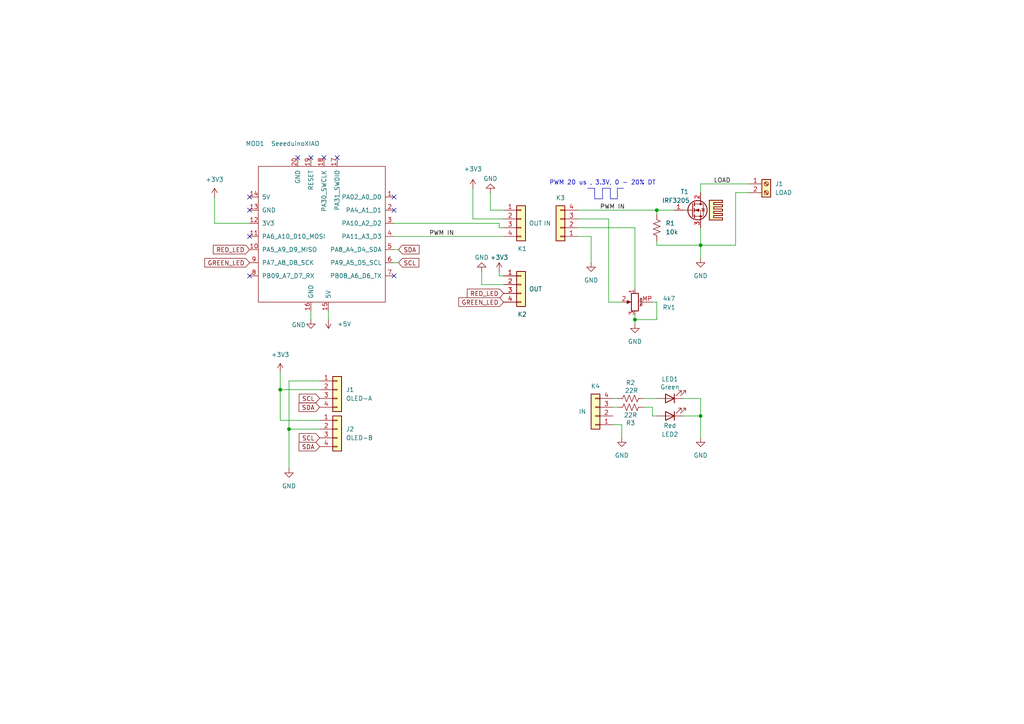
<source format=kicad_sch>
(kicad_sch
	(version 20231120)
	(generator "eeschema")
	(generator_version "8.0")
	(uuid "138a9667-ca63-4686-802b-da64d42d390f")
	(paper "A4")
	(title_block
		(title "ESP32 Digital Load")
		(date "2024-05-25")
		(rev "1")
		(company "Elektor Verlag GmbH")
	)
	(lib_symbols
		(symbol "Connector:Screw_Terminal_01x02"
			(pin_names
				(offset 1.016) hide)
			(exclude_from_sim no)
			(in_bom yes)
			(on_board yes)
			(property "Reference" "J"
				(at 0 2.54 0)
				(effects
					(font
						(size 1.27 1.27)
					)
				)
			)
			(property "Value" "Screw_Terminal_01x02"
				(at 0 -5.08 0)
				(effects
					(font
						(size 1.27 1.27)
					)
				)
			)
			(property "Footprint" ""
				(at 0 0 0)
				(effects
					(font
						(size 1.27 1.27)
					)
					(hide yes)
				)
			)
			(property "Datasheet" "~"
				(at 0 0 0)
				(effects
					(font
						(size 1.27 1.27)
					)
					(hide yes)
				)
			)
			(property "Description" "Generic screw terminal, single row, 01x02, script generated (kicad-library-utils/schlib/autogen/connector/)"
				(at 0 0 0)
				(effects
					(font
						(size 1.27 1.27)
					)
					(hide yes)
				)
			)
			(property "ki_keywords" "screw terminal"
				(at 0 0 0)
				(effects
					(font
						(size 1.27 1.27)
					)
					(hide yes)
				)
			)
			(property "ki_fp_filters" "TerminalBlock*:*"
				(at 0 0 0)
				(effects
					(font
						(size 1.27 1.27)
					)
					(hide yes)
				)
			)
			(symbol "Screw_Terminal_01x02_1_1"
				(rectangle
					(start -1.27 1.27)
					(end 1.27 -3.81)
					(stroke
						(width 0.254)
						(type default)
					)
					(fill
						(type background)
					)
				)
				(circle
					(center 0 -2.54)
					(radius 0.635)
					(stroke
						(width 0.1524)
						(type default)
					)
					(fill
						(type none)
					)
				)
				(polyline
					(pts
						(xy -0.5334 -2.2098) (xy 0.3302 -3.048)
					)
					(stroke
						(width 0.1524)
						(type default)
					)
					(fill
						(type none)
					)
				)
				(polyline
					(pts
						(xy -0.5334 0.3302) (xy 0.3302 -0.508)
					)
					(stroke
						(width 0.1524)
						(type default)
					)
					(fill
						(type none)
					)
				)
				(polyline
					(pts
						(xy -0.3556 -2.032) (xy 0.508 -2.8702)
					)
					(stroke
						(width 0.1524)
						(type default)
					)
					(fill
						(type none)
					)
				)
				(polyline
					(pts
						(xy -0.3556 0.508) (xy 0.508 -0.3302)
					)
					(stroke
						(width 0.1524)
						(type default)
					)
					(fill
						(type none)
					)
				)
				(circle
					(center 0 0)
					(radius 0.635)
					(stroke
						(width 0.1524)
						(type default)
					)
					(fill
						(type none)
					)
				)
				(pin passive line
					(at -5.08 0 0)
					(length 3.81)
					(name "Pin_1"
						(effects
							(font
								(size 1.27 1.27)
							)
						)
					)
					(number "1"
						(effects
							(font
								(size 1.27 1.27)
							)
						)
					)
				)
				(pin passive line
					(at -5.08 -2.54 0)
					(length 3.81)
					(name "Pin_2"
						(effects
							(font
								(size 1.27 1.27)
							)
						)
					)
					(number "2"
						(effects
							(font
								(size 1.27 1.27)
							)
						)
					)
				)
			)
		)
		(symbol "Connector_Generic:Conn_01x04"
			(pin_names
				(offset 1.016) hide)
			(exclude_from_sim no)
			(in_bom yes)
			(on_board yes)
			(property "Reference" "J"
				(at 0 5.08 0)
				(effects
					(font
						(size 1.27 1.27)
					)
				)
			)
			(property "Value" "Conn_01x04"
				(at 0 -7.62 0)
				(effects
					(font
						(size 1.27 1.27)
					)
				)
			)
			(property "Footprint" ""
				(at 0 0 0)
				(effects
					(font
						(size 1.27 1.27)
					)
					(hide yes)
				)
			)
			(property "Datasheet" "~"
				(at 0 0 0)
				(effects
					(font
						(size 1.27 1.27)
					)
					(hide yes)
				)
			)
			(property "Description" "Generic connector, single row, 01x04, script generated (kicad-library-utils/schlib/autogen/connector/)"
				(at 0 0 0)
				(effects
					(font
						(size 1.27 1.27)
					)
					(hide yes)
				)
			)
			(property "ki_keywords" "connector"
				(at 0 0 0)
				(effects
					(font
						(size 1.27 1.27)
					)
					(hide yes)
				)
			)
			(property "ki_fp_filters" "Connector*:*_1x??_*"
				(at 0 0 0)
				(effects
					(font
						(size 1.27 1.27)
					)
					(hide yes)
				)
			)
			(symbol "Conn_01x04_1_1"
				(rectangle
					(start -1.27 -4.953)
					(end 0 -5.207)
					(stroke
						(width 0.1524)
						(type default)
					)
					(fill
						(type none)
					)
				)
				(rectangle
					(start -1.27 -2.413)
					(end 0 -2.667)
					(stroke
						(width 0.1524)
						(type default)
					)
					(fill
						(type none)
					)
				)
				(rectangle
					(start -1.27 0.127)
					(end 0 -0.127)
					(stroke
						(width 0.1524)
						(type default)
					)
					(fill
						(type none)
					)
				)
				(rectangle
					(start -1.27 2.667)
					(end 0 2.413)
					(stroke
						(width 0.1524)
						(type default)
					)
					(fill
						(type none)
					)
				)
				(rectangle
					(start -1.27 3.81)
					(end 1.27 -6.35)
					(stroke
						(width 0.254)
						(type default)
					)
					(fill
						(type background)
					)
				)
				(pin passive line
					(at -5.08 2.54 0)
					(length 3.81)
					(name "Pin_1"
						(effects
							(font
								(size 1.27 1.27)
							)
						)
					)
					(number "1"
						(effects
							(font
								(size 1.27 1.27)
							)
						)
					)
				)
				(pin passive line
					(at -5.08 0 0)
					(length 3.81)
					(name "Pin_2"
						(effects
							(font
								(size 1.27 1.27)
							)
						)
					)
					(number "2"
						(effects
							(font
								(size 1.27 1.27)
							)
						)
					)
				)
				(pin passive line
					(at -5.08 -2.54 0)
					(length 3.81)
					(name "Pin_3"
						(effects
							(font
								(size 1.27 1.27)
							)
						)
					)
					(number "3"
						(effects
							(font
								(size 1.27 1.27)
							)
						)
					)
				)
				(pin passive line
					(at -5.08 -5.08 0)
					(length 3.81)
					(name "Pin_4"
						(effects
							(font
								(size 1.27 1.27)
							)
						)
					)
					(number "4"
						(effects
							(font
								(size 1.27 1.27)
							)
						)
					)
				)
			)
		)
		(symbol "Device:LED"
			(pin_numbers hide)
			(pin_names
				(offset 1.016) hide)
			(exclude_from_sim no)
			(in_bom yes)
			(on_board yes)
			(property "Reference" "D"
				(at 0 2.54 0)
				(effects
					(font
						(size 1.27 1.27)
					)
				)
			)
			(property "Value" "LED"
				(at 0 -2.54 0)
				(effects
					(font
						(size 1.27 1.27)
					)
				)
			)
			(property "Footprint" ""
				(at 0 0 0)
				(effects
					(font
						(size 1.27 1.27)
					)
					(hide yes)
				)
			)
			(property "Datasheet" "~"
				(at 0 0 0)
				(effects
					(font
						(size 1.27 1.27)
					)
					(hide yes)
				)
			)
			(property "Description" "Light emitting diode"
				(at 0 0 0)
				(effects
					(font
						(size 1.27 1.27)
					)
					(hide yes)
				)
			)
			(property "ki_keywords" "LED diode"
				(at 0 0 0)
				(effects
					(font
						(size 1.27 1.27)
					)
					(hide yes)
				)
			)
			(property "ki_fp_filters" "LED* LED_SMD:* LED_THT:*"
				(at 0 0 0)
				(effects
					(font
						(size 1.27 1.27)
					)
					(hide yes)
				)
			)
			(symbol "LED_0_1"
				(polyline
					(pts
						(xy -1.27 -1.27) (xy -1.27 1.27)
					)
					(stroke
						(width 0.254)
						(type default)
					)
					(fill
						(type none)
					)
				)
				(polyline
					(pts
						(xy -1.27 0) (xy 1.27 0)
					)
					(stroke
						(width 0)
						(type default)
					)
					(fill
						(type none)
					)
				)
				(polyline
					(pts
						(xy 1.27 -1.27) (xy 1.27 1.27) (xy -1.27 0) (xy 1.27 -1.27)
					)
					(stroke
						(width 0.254)
						(type default)
					)
					(fill
						(type none)
					)
				)
				(polyline
					(pts
						(xy -3.048 -0.762) (xy -4.572 -2.286) (xy -3.81 -2.286) (xy -4.572 -2.286) (xy -4.572 -1.524)
					)
					(stroke
						(width 0)
						(type default)
					)
					(fill
						(type none)
					)
				)
				(polyline
					(pts
						(xy -1.778 -0.762) (xy -3.302 -2.286) (xy -2.54 -2.286) (xy -3.302 -2.286) (xy -3.302 -1.524)
					)
					(stroke
						(width 0)
						(type default)
					)
					(fill
						(type none)
					)
				)
			)
			(symbol "LED_1_1"
				(pin passive line
					(at -3.81 0 0)
					(length 2.54)
					(name "K"
						(effects
							(font
								(size 1.27 1.27)
							)
						)
					)
					(number "1"
						(effects
							(font
								(size 1.27 1.27)
							)
						)
					)
				)
				(pin passive line
					(at 3.81 0 180)
					(length 2.54)
					(name "A"
						(effects
							(font
								(size 1.27 1.27)
							)
						)
					)
					(number "2"
						(effects
							(font
								(size 1.27 1.27)
							)
						)
					)
				)
			)
		)
		(symbol "Device:R_Potentiometer_MountingPin"
			(pin_names
				(offset 1.016) hide)
			(exclude_from_sim no)
			(in_bom yes)
			(on_board yes)
			(property "Reference" "RV"
				(at -8.255 0 90)
				(effects
					(font
						(size 1.27 1.27)
					)
				)
			)
			(property "Value" "R_Potentiometer_MountingPin"
				(at -6.35 0 90)
				(effects
					(font
						(size 1.27 1.27)
					)
				)
			)
			(property "Footprint" ""
				(at 0 0 0)
				(effects
					(font
						(size 1.27 1.27)
					)
					(hide yes)
				)
			)
			(property "Datasheet" "~"
				(at 0 0 0)
				(effects
					(font
						(size 1.27 1.27)
					)
					(hide yes)
				)
			)
			(property "Description" "Potentiometer with a mounting pin"
				(at 0 0 0)
				(effects
					(font
						(size 1.27 1.27)
					)
					(hide yes)
				)
			)
			(property "ki_keywords" "resistor variable"
				(at 0 0 0)
				(effects
					(font
						(size 1.27 1.27)
					)
					(hide yes)
				)
			)
			(property "ki_fp_filters" "Potentiometer*"
				(at 0 0 0)
				(effects
					(font
						(size 1.27 1.27)
					)
					(hide yes)
				)
			)
			(symbol "R_Potentiometer_MountingPin_0_1"
				(polyline
					(pts
						(xy 2.54 0) (xy 1.524 0)
					)
					(stroke
						(width 0)
						(type default)
					)
					(fill
						(type none)
					)
				)
				(polyline
					(pts
						(xy 1.143 0) (xy 2.286 0.508) (xy 2.286 -0.508)
					)
					(stroke
						(width 0)
						(type default)
					)
					(fill
						(type outline)
					)
				)
				(rectangle
					(start 1.016 2.54)
					(end -1.016 -2.54)
					(stroke
						(width 0.254)
						(type default)
					)
					(fill
						(type none)
					)
				)
			)
			(symbol "R_Potentiometer_MountingPin_1_1"
				(polyline
					(pts
						(xy -2.032 1.016) (xy -2.032 -1.016)
					)
					(stroke
						(width 0.1524)
						(type default)
					)
					(fill
						(type none)
					)
				)
				(text "Mounting"
					(at -1.651 0 900)
					(effects
						(font
							(size 0.381 0.381)
						)
					)
				)
				(pin passive line
					(at 0 3.81 270)
					(length 1.27)
					(name "1"
						(effects
							(font
								(size 1.27 1.27)
							)
						)
					)
					(number "1"
						(effects
							(font
								(size 1.27 1.27)
							)
						)
					)
				)
				(pin passive line
					(at 3.81 0 180)
					(length 1.27)
					(name "2"
						(effects
							(font
								(size 1.27 1.27)
							)
						)
					)
					(number "2"
						(effects
							(font
								(size 1.27 1.27)
							)
						)
					)
				)
				(pin passive line
					(at 0 -3.81 90)
					(length 1.27)
					(name "3"
						(effects
							(font
								(size 1.27 1.27)
							)
						)
					)
					(number "3"
						(effects
							(font
								(size 1.27 1.27)
							)
						)
					)
				)
				(pin passive line
					(at -5.08 0 0)
					(length 3.048)
					(name "MountPin"
						(effects
							(font
								(size 1.27 1.27)
							)
						)
					)
					(number "MP"
						(effects
							(font
								(size 1.27 1.27)
							)
						)
					)
				)
			)
		)
		(symbol "Device:R_US"
			(pin_numbers hide)
			(pin_names
				(offset 0)
			)
			(exclude_from_sim no)
			(in_bom yes)
			(on_board yes)
			(property "Reference" "R"
				(at 2.54 0 90)
				(effects
					(font
						(size 1.27 1.27)
					)
				)
			)
			(property "Value" "R_US"
				(at -2.54 0 90)
				(effects
					(font
						(size 1.27 1.27)
					)
				)
			)
			(property "Footprint" ""
				(at 1.016 -0.254 90)
				(effects
					(font
						(size 1.27 1.27)
					)
					(hide yes)
				)
			)
			(property "Datasheet" "~"
				(at 0 0 0)
				(effects
					(font
						(size 1.27 1.27)
					)
					(hide yes)
				)
			)
			(property "Description" "Resistor, US symbol"
				(at 0 0 0)
				(effects
					(font
						(size 1.27 1.27)
					)
					(hide yes)
				)
			)
			(property "ki_keywords" "R res resistor"
				(at 0 0 0)
				(effects
					(font
						(size 1.27 1.27)
					)
					(hide yes)
				)
			)
			(property "ki_fp_filters" "R_*"
				(at 0 0 0)
				(effects
					(font
						(size 1.27 1.27)
					)
					(hide yes)
				)
			)
			(symbol "R_US_0_1"
				(polyline
					(pts
						(xy 0 -2.286) (xy 0 -2.54)
					)
					(stroke
						(width 0)
						(type default)
					)
					(fill
						(type none)
					)
				)
				(polyline
					(pts
						(xy 0 2.286) (xy 0 2.54)
					)
					(stroke
						(width 0)
						(type default)
					)
					(fill
						(type none)
					)
				)
				(polyline
					(pts
						(xy 0 -0.762) (xy 1.016 -1.143) (xy 0 -1.524) (xy -1.016 -1.905) (xy 0 -2.286)
					)
					(stroke
						(width 0)
						(type default)
					)
					(fill
						(type none)
					)
				)
				(polyline
					(pts
						(xy 0 0.762) (xy 1.016 0.381) (xy 0 0) (xy -1.016 -0.381) (xy 0 -0.762)
					)
					(stroke
						(width 0)
						(type default)
					)
					(fill
						(type none)
					)
				)
				(polyline
					(pts
						(xy 0 2.286) (xy 1.016 1.905) (xy 0 1.524) (xy -1.016 1.143) (xy 0 0.762)
					)
					(stroke
						(width 0)
						(type default)
					)
					(fill
						(type none)
					)
				)
			)
			(symbol "R_US_1_1"
				(pin passive line
					(at 0 3.81 270)
					(length 1.27)
					(name "~"
						(effects
							(font
								(size 1.27 1.27)
							)
						)
					)
					(number "1"
						(effects
							(font
								(size 1.27 1.27)
							)
						)
					)
				)
				(pin passive line
					(at 0 -3.81 90)
					(length 1.27)
					(name "~"
						(effects
							(font
								(size 1.27 1.27)
							)
						)
					)
					(number "2"
						(effects
							(font
								(size 1.27 1.27)
							)
						)
					)
				)
			)
		)
		(symbol "Mechanical:Heatsink"
			(pin_names
				(offset 1.016)
			)
			(exclude_from_sim yes)
			(in_bom yes)
			(on_board yes)
			(property "Reference" "HS"
				(at 0 5.08 0)
				(effects
					(font
						(size 1.27 1.27)
					)
				)
			)
			(property "Value" "Heatsink"
				(at 0 -1.27 0)
				(effects
					(font
						(size 1.27 1.27)
					)
				)
			)
			(property "Footprint" ""
				(at 0.3048 0 0)
				(effects
					(font
						(size 1.27 1.27)
					)
					(hide yes)
				)
			)
			(property "Datasheet" "~"
				(at 0.3048 0 0)
				(effects
					(font
						(size 1.27 1.27)
					)
					(hide yes)
				)
			)
			(property "Description" "Heatsink"
				(at 0 0 0)
				(effects
					(font
						(size 1.27 1.27)
					)
					(hide yes)
				)
			)
			(property "ki_keywords" "thermal heat temperature"
				(at 0 0 0)
				(effects
					(font
						(size 1.27 1.27)
					)
					(hide yes)
				)
			)
			(property "ki_fp_filters" "Heatsink_*"
				(at 0 0 0)
				(effects
					(font
						(size 1.27 1.27)
					)
					(hide yes)
				)
			)
			(symbol "Heatsink_0_1"
				(polyline
					(pts
						(xy -0.3302 1.27) (xy -0.9652 1.27) (xy -0.9652 3.81) (xy -1.6002 3.81) (xy -1.6002 1.27) (xy -2.2352 1.27)
						(xy -2.2352 3.81) (xy -2.8702 3.81) (xy -2.8702 0) (xy -0.9652 0)
					)
					(stroke
						(width 0.254)
						(type default)
					)
					(fill
						(type background)
					)
				)
				(polyline
					(pts
						(xy -0.3302 1.27) (xy -0.3302 3.81) (xy 0.3048 3.81) (xy 0.3048 1.27) (xy 0.9398 1.27) (xy 0.9398 3.81)
						(xy 1.5748 3.81) (xy 1.5748 1.27) (xy 2.2098 1.27) (xy 2.2098 3.81) (xy 2.8448 3.81) (xy 2.8448 0)
						(xy -0.9652 0)
					)
					(stroke
						(width 0.254)
						(type default)
					)
					(fill
						(type background)
					)
				)
			)
		)
		(symbol "Seeeduino XIAO:SeeeduinoXIAO"
			(pin_names
				(offset 1.016)
			)
			(exclude_from_sim no)
			(in_bom yes)
			(on_board yes)
			(property "Reference" "U"
				(at -19.05 22.86 0)
				(effects
					(font
						(size 1.27 1.27)
					)
				)
			)
			(property "Value" "SeeeduinoXIAO"
				(at -12.7 21.59 0)
				(effects
					(font
						(size 1.27 1.27)
					)
				)
			)
			(property "Footprint" ""
				(at -8.89 5.08 0)
				(effects
					(font
						(size 1.27 1.27)
					)
					(hide yes)
				)
			)
			(property "Datasheet" ""
				(at -8.89 5.08 0)
				(effects
					(font
						(size 1.27 1.27)
					)
					(hide yes)
				)
			)
			(property "Description" ""
				(at 0 0 0)
				(effects
					(font
						(size 1.27 1.27)
					)
					(hide yes)
				)
			)
			(symbol "SeeeduinoXIAO_0_1"
				(rectangle
					(start -19.05 20.32)
					(end 17.78 -19.05)
					(stroke
						(width 0)
						(type solid)
					)
					(fill
						(type none)
					)
				)
			)
			(symbol "SeeeduinoXIAO_1_1"
				(pin unspecified line
					(at -21.59 11.43 0)
					(length 2.54)
					(name "PA02_A0_D0"
						(effects
							(font
								(size 1.27 1.27)
							)
						)
					)
					(number "1"
						(effects
							(font
								(size 1.27 1.27)
							)
						)
					)
				)
				(pin unspecified line
					(at 20.32 -3.81 180)
					(length 2.54)
					(name "PA5_A9_D9_MISO"
						(effects
							(font
								(size 1.27 1.27)
							)
						)
					)
					(number "10"
						(effects
							(font
								(size 1.27 1.27)
							)
						)
					)
				)
				(pin unspecified line
					(at 20.32 0 180)
					(length 2.54)
					(name "PA6_A10_D10_MOSI"
						(effects
							(font
								(size 1.27 1.27)
							)
						)
					)
					(number "11"
						(effects
							(font
								(size 1.27 1.27)
							)
						)
					)
				)
				(pin unspecified line
					(at 20.32 3.81 180)
					(length 2.54)
					(name "3V3"
						(effects
							(font
								(size 1.27 1.27)
							)
						)
					)
					(number "12"
						(effects
							(font
								(size 1.27 1.27)
							)
						)
					)
				)
				(pin unspecified line
					(at 20.32 7.62 180)
					(length 2.54)
					(name "GND"
						(effects
							(font
								(size 1.27 1.27)
							)
						)
					)
					(number "13"
						(effects
							(font
								(size 1.27 1.27)
							)
						)
					)
				)
				(pin unspecified line
					(at 20.32 11.43 180)
					(length 2.54)
					(name "5V"
						(effects
							(font
								(size 1.27 1.27)
							)
						)
					)
					(number "14"
						(effects
							(font
								(size 1.27 1.27)
							)
						)
					)
				)
				(pin input line
					(at -2.54 -21.59 90)
					(length 2.54)
					(name "5V"
						(effects
							(font
								(size 1.27 1.27)
							)
						)
					)
					(number "15"
						(effects
							(font
								(size 1.27 1.27)
							)
						)
					)
				)
				(pin input line
					(at 2.54 -21.59 90)
					(length 2.54)
					(name "GND"
						(effects
							(font
								(size 1.27 1.27)
							)
						)
					)
					(number "16"
						(effects
							(font
								(size 1.27 1.27)
							)
						)
					)
				)
				(pin input line
					(at -5.08 22.86 270)
					(length 2.54)
					(name "PA31_SWDIO"
						(effects
							(font
								(size 1.27 1.27)
							)
						)
					)
					(number "17"
						(effects
							(font
								(size 1.27 1.27)
							)
						)
					)
				)
				(pin input line
					(at -1.27 22.86 270)
					(length 2.54)
					(name "PA30_SWCLK"
						(effects
							(font
								(size 1.27 1.27)
							)
						)
					)
					(number "18"
						(effects
							(font
								(size 1.27 1.27)
							)
						)
					)
				)
				(pin input line
					(at 2.54 22.86 270)
					(length 2.54)
					(name "RESET"
						(effects
							(font
								(size 1.27 1.27)
							)
						)
					)
					(number "19"
						(effects
							(font
								(size 1.27 1.27)
							)
						)
					)
				)
				(pin unspecified line
					(at -21.59 7.62 0)
					(length 2.54)
					(name "PA4_A1_D1"
						(effects
							(font
								(size 1.27 1.27)
							)
						)
					)
					(number "2"
						(effects
							(font
								(size 1.27 1.27)
							)
						)
					)
				)
				(pin input line
					(at 6.35 22.86 270)
					(length 2.54)
					(name "GND"
						(effects
							(font
								(size 1.27 1.27)
							)
						)
					)
					(number "20"
						(effects
							(font
								(size 1.27 1.27)
							)
						)
					)
				)
				(pin unspecified line
					(at -21.59 3.81 0)
					(length 2.54)
					(name "PA10_A2_D2"
						(effects
							(font
								(size 1.27 1.27)
							)
						)
					)
					(number "3"
						(effects
							(font
								(size 1.27 1.27)
							)
						)
					)
				)
				(pin unspecified line
					(at -21.59 0 0)
					(length 2.54)
					(name "PA11_A3_D3"
						(effects
							(font
								(size 1.27 1.27)
							)
						)
					)
					(number "4"
						(effects
							(font
								(size 1.27 1.27)
							)
						)
					)
				)
				(pin unspecified line
					(at -21.59 -3.81 0)
					(length 2.54)
					(name "PA8_A4_D4_SDA"
						(effects
							(font
								(size 1.27 1.27)
							)
						)
					)
					(number "5"
						(effects
							(font
								(size 1.27 1.27)
							)
						)
					)
				)
				(pin unspecified line
					(at -21.59 -7.62 0)
					(length 2.54)
					(name "PA9_A5_D5_SCL"
						(effects
							(font
								(size 1.27 1.27)
							)
						)
					)
					(number "6"
						(effects
							(font
								(size 1.27 1.27)
							)
						)
					)
				)
				(pin unspecified line
					(at -21.59 -11.43 0)
					(length 2.54)
					(name "PB08_A6_D6_TX"
						(effects
							(font
								(size 1.27 1.27)
							)
						)
					)
					(number "7"
						(effects
							(font
								(size 1.27 1.27)
							)
						)
					)
				)
				(pin unspecified line
					(at 20.32 -11.43 180)
					(length 2.54)
					(name "PB09_A7_D7_RX"
						(effects
							(font
								(size 1.27 1.27)
							)
						)
					)
					(number "8"
						(effects
							(font
								(size 1.27 1.27)
							)
						)
					)
				)
				(pin unspecified line
					(at 20.32 -7.62 180)
					(length 2.54)
					(name "PA7_A8_D8_SCK"
						(effects
							(font
								(size 1.27 1.27)
							)
						)
					)
					(number "9"
						(effects
							(font
								(size 1.27 1.27)
							)
						)
					)
				)
			)
		)
		(symbol "Transistor_FET:IRF3205"
			(pin_names hide)
			(exclude_from_sim no)
			(in_bom yes)
			(on_board yes)
			(property "Reference" "Q"
				(at 5.08 1.905 0)
				(effects
					(font
						(size 1.27 1.27)
					)
					(justify left)
				)
			)
			(property "Value" "IRF3205"
				(at 5.08 0 0)
				(effects
					(font
						(size 1.27 1.27)
					)
					(justify left)
				)
			)
			(property "Footprint" "Package_TO_SOT_THT:TO-220-3_Vertical"
				(at 5.08 -1.905 0)
				(effects
					(font
						(size 1.27 1.27)
						(italic yes)
					)
					(justify left)
					(hide yes)
				)
			)
			(property "Datasheet" "http://www.irf.com/product-info/datasheets/data/irf3205.pdf"
				(at 5.08 -3.81 0)
				(effects
					(font
						(size 1.27 1.27)
					)
					(justify left)
					(hide yes)
				)
			)
			(property "Description" "110A Id, 55V Vds, Single N-Channel HEXFET Power MOSFET, 8mOhm Ron, TO-220AB"
				(at 0 0 0)
				(effects
					(font
						(size 1.27 1.27)
					)
					(hide yes)
				)
			)
			(property "ki_keywords" "Single N-Channel HEXFET Power MOSFET"
				(at 0 0 0)
				(effects
					(font
						(size 1.27 1.27)
					)
					(hide yes)
				)
			)
			(property "ki_fp_filters" "TO?220*"
				(at 0 0 0)
				(effects
					(font
						(size 1.27 1.27)
					)
					(hide yes)
				)
			)
			(symbol "IRF3205_0_1"
				(polyline
					(pts
						(xy 0.254 0) (xy -2.54 0)
					)
					(stroke
						(width 0)
						(type default)
					)
					(fill
						(type none)
					)
				)
				(polyline
					(pts
						(xy 0.254 1.905) (xy 0.254 -1.905)
					)
					(stroke
						(width 0.254)
						(type default)
					)
					(fill
						(type none)
					)
				)
				(polyline
					(pts
						(xy 0.762 -1.27) (xy 0.762 -2.286)
					)
					(stroke
						(width 0.254)
						(type default)
					)
					(fill
						(type none)
					)
				)
				(polyline
					(pts
						(xy 0.762 0.508) (xy 0.762 -0.508)
					)
					(stroke
						(width 0.254)
						(type default)
					)
					(fill
						(type none)
					)
				)
				(polyline
					(pts
						(xy 0.762 2.286) (xy 0.762 1.27)
					)
					(stroke
						(width 0.254)
						(type default)
					)
					(fill
						(type none)
					)
				)
				(polyline
					(pts
						(xy 2.54 2.54) (xy 2.54 1.778)
					)
					(stroke
						(width 0)
						(type default)
					)
					(fill
						(type none)
					)
				)
				(polyline
					(pts
						(xy 2.54 -2.54) (xy 2.54 0) (xy 0.762 0)
					)
					(stroke
						(width 0)
						(type default)
					)
					(fill
						(type none)
					)
				)
				(polyline
					(pts
						(xy 0.762 -1.778) (xy 3.302 -1.778) (xy 3.302 1.778) (xy 0.762 1.778)
					)
					(stroke
						(width 0)
						(type default)
					)
					(fill
						(type none)
					)
				)
				(polyline
					(pts
						(xy 1.016 0) (xy 2.032 0.381) (xy 2.032 -0.381) (xy 1.016 0)
					)
					(stroke
						(width 0)
						(type default)
					)
					(fill
						(type outline)
					)
				)
				(polyline
					(pts
						(xy 2.794 0.508) (xy 2.921 0.381) (xy 3.683 0.381) (xy 3.81 0.254)
					)
					(stroke
						(width 0)
						(type default)
					)
					(fill
						(type none)
					)
				)
				(polyline
					(pts
						(xy 3.302 0.381) (xy 2.921 -0.254) (xy 3.683 -0.254) (xy 3.302 0.381)
					)
					(stroke
						(width 0)
						(type default)
					)
					(fill
						(type none)
					)
				)
				(circle
					(center 1.651 0)
					(radius 2.794)
					(stroke
						(width 0.254)
						(type default)
					)
					(fill
						(type none)
					)
				)
				(circle
					(center 2.54 -1.778)
					(radius 0.254)
					(stroke
						(width 0)
						(type default)
					)
					(fill
						(type outline)
					)
				)
				(circle
					(center 2.54 1.778)
					(radius 0.254)
					(stroke
						(width 0)
						(type default)
					)
					(fill
						(type outline)
					)
				)
			)
			(symbol "IRF3205_1_1"
				(pin input line
					(at -5.08 0 0)
					(length 2.54)
					(name "G"
						(effects
							(font
								(size 1.27 1.27)
							)
						)
					)
					(number "1"
						(effects
							(font
								(size 1.27 1.27)
							)
						)
					)
				)
				(pin passive line
					(at 2.54 5.08 270)
					(length 2.54)
					(name "D"
						(effects
							(font
								(size 1.27 1.27)
							)
						)
					)
					(number "2"
						(effects
							(font
								(size 1.27 1.27)
							)
						)
					)
				)
				(pin passive line
					(at 2.54 -5.08 90)
					(length 2.54)
					(name "S"
						(effects
							(font
								(size 1.27 1.27)
							)
						)
					)
					(number "3"
						(effects
							(font
								(size 1.27 1.27)
							)
						)
					)
				)
			)
		)
		(symbol "power:+3V3"
			(power)
			(pin_numbers hide)
			(pin_names
				(offset 0) hide)
			(exclude_from_sim no)
			(in_bom yes)
			(on_board yes)
			(property "Reference" "#PWR"
				(at 0 -3.81 0)
				(effects
					(font
						(size 1.27 1.27)
					)
					(hide yes)
				)
			)
			(property "Value" "+3V3"
				(at 0 3.556 0)
				(effects
					(font
						(size 1.27 1.27)
					)
				)
			)
			(property "Footprint" ""
				(at 0 0 0)
				(effects
					(font
						(size 1.27 1.27)
					)
					(hide yes)
				)
			)
			(property "Datasheet" ""
				(at 0 0 0)
				(effects
					(font
						(size 1.27 1.27)
					)
					(hide yes)
				)
			)
			(property "Description" "Power symbol creates a global label with name \"+3V3\""
				(at 0 0 0)
				(effects
					(font
						(size 1.27 1.27)
					)
					(hide yes)
				)
			)
			(property "ki_keywords" "global power"
				(at 0 0 0)
				(effects
					(font
						(size 1.27 1.27)
					)
					(hide yes)
				)
			)
			(symbol "+3V3_0_1"
				(polyline
					(pts
						(xy -0.762 1.27) (xy 0 2.54)
					)
					(stroke
						(width 0)
						(type default)
					)
					(fill
						(type none)
					)
				)
				(polyline
					(pts
						(xy 0 0) (xy 0 2.54)
					)
					(stroke
						(width 0)
						(type default)
					)
					(fill
						(type none)
					)
				)
				(polyline
					(pts
						(xy 0 2.54) (xy 0.762 1.27)
					)
					(stroke
						(width 0)
						(type default)
					)
					(fill
						(type none)
					)
				)
			)
			(symbol "+3V3_1_1"
				(pin power_in line
					(at 0 0 90)
					(length 0)
					(name "~"
						(effects
							(font
								(size 1.27 1.27)
							)
						)
					)
					(number "1"
						(effects
							(font
								(size 1.27 1.27)
							)
						)
					)
				)
			)
		)
		(symbol "power:+5V"
			(power)
			(pin_numbers hide)
			(pin_names
				(offset 0) hide)
			(exclude_from_sim no)
			(in_bom yes)
			(on_board yes)
			(property "Reference" "#PWR"
				(at 0 -3.81 0)
				(effects
					(font
						(size 1.27 1.27)
					)
					(hide yes)
				)
			)
			(property "Value" "+5V"
				(at 0 3.556 0)
				(effects
					(font
						(size 1.27 1.27)
					)
				)
			)
			(property "Footprint" ""
				(at 0 0 0)
				(effects
					(font
						(size 1.27 1.27)
					)
					(hide yes)
				)
			)
			(property "Datasheet" ""
				(at 0 0 0)
				(effects
					(font
						(size 1.27 1.27)
					)
					(hide yes)
				)
			)
			(property "Description" "Power symbol creates a global label with name \"+5V\""
				(at 0 0 0)
				(effects
					(font
						(size 1.27 1.27)
					)
					(hide yes)
				)
			)
			(property "ki_keywords" "global power"
				(at 0 0 0)
				(effects
					(font
						(size 1.27 1.27)
					)
					(hide yes)
				)
			)
			(symbol "+5V_0_1"
				(polyline
					(pts
						(xy -0.762 1.27) (xy 0 2.54)
					)
					(stroke
						(width 0)
						(type default)
					)
					(fill
						(type none)
					)
				)
				(polyline
					(pts
						(xy 0 0) (xy 0 2.54)
					)
					(stroke
						(width 0)
						(type default)
					)
					(fill
						(type none)
					)
				)
				(polyline
					(pts
						(xy 0 2.54) (xy 0.762 1.27)
					)
					(stroke
						(width 0)
						(type default)
					)
					(fill
						(type none)
					)
				)
			)
			(symbol "+5V_1_1"
				(pin power_in line
					(at 0 0 90)
					(length 0)
					(name "~"
						(effects
							(font
								(size 1.27 1.27)
							)
						)
					)
					(number "1"
						(effects
							(font
								(size 1.27 1.27)
							)
						)
					)
				)
			)
		)
		(symbol "power:GND"
			(power)
			(pin_numbers hide)
			(pin_names
				(offset 0) hide)
			(exclude_from_sim no)
			(in_bom yes)
			(on_board yes)
			(property "Reference" "#PWR"
				(at 0 -6.35 0)
				(effects
					(font
						(size 1.27 1.27)
					)
					(hide yes)
				)
			)
			(property "Value" "GND"
				(at 0 -3.81 0)
				(effects
					(font
						(size 1.27 1.27)
					)
				)
			)
			(property "Footprint" ""
				(at 0 0 0)
				(effects
					(font
						(size 1.27 1.27)
					)
					(hide yes)
				)
			)
			(property "Datasheet" ""
				(at 0 0 0)
				(effects
					(font
						(size 1.27 1.27)
					)
					(hide yes)
				)
			)
			(property "Description" "Power symbol creates a global label with name \"GND\" , ground"
				(at 0 0 0)
				(effects
					(font
						(size 1.27 1.27)
					)
					(hide yes)
				)
			)
			(property "ki_keywords" "global power"
				(at 0 0 0)
				(effects
					(font
						(size 1.27 1.27)
					)
					(hide yes)
				)
			)
			(symbol "GND_0_1"
				(polyline
					(pts
						(xy 0 0) (xy 0 -1.27) (xy 1.27 -1.27) (xy 0 -2.54) (xy -1.27 -1.27) (xy 0 -1.27)
					)
					(stroke
						(width 0)
						(type default)
					)
					(fill
						(type none)
					)
				)
			)
			(symbol "GND_1_1"
				(pin power_in line
					(at 0 0 270)
					(length 0)
					(name "~"
						(effects
							(font
								(size 1.27 1.27)
							)
						)
					)
					(number "1"
						(effects
							(font
								(size 1.27 1.27)
							)
						)
					)
				)
			)
		)
	)
	(junction
		(at 83.82 124.46)
		(diameter 0)
		(color 0 0 0 0)
		(uuid "391c8df4-5fa7-478e-aabe-64425333156b")
	)
	(junction
		(at 203.2 71.12)
		(diameter 0)
		(color 0 0 0 0)
		(uuid "541afae9-5c42-437d-a2a9-b9ca52aa087a")
	)
	(junction
		(at 203.2 120.65)
		(diameter 0)
		(color 0 0 0 0)
		(uuid "8550cac9-dd2f-444a-be00-6882f6b99f86")
	)
	(junction
		(at 184.15 92.71)
		(diameter 0)
		(color 0 0 0 0)
		(uuid "b3a4e7d5-4936-410f-b8c4-2ac534977b2f")
	)
	(junction
		(at 81.28 113.03)
		(diameter 0)
		(color 0 0 0 0)
		(uuid "cf35f40a-f0e2-42e3-a66b-6244f7516fd8")
	)
	(junction
		(at 190.5 60.96)
		(diameter 0)
		(color 0 0 0 0)
		(uuid "ee58bcb4-cfb1-4ee1-a22c-7f79ee4d536c")
	)
	(no_connect
		(at 114.3 60.96)
		(uuid "0281176b-f15b-4af1-b7a5-3771f5194184")
	)
	(no_connect
		(at 90.17 45.72)
		(uuid "21295db9-e30b-4d16-94da-63ca51dc6a2c")
	)
	(no_connect
		(at 72.39 60.96)
		(uuid "22b17d24-e272-4e68-818e-90fe086edd06")
	)
	(no_connect
		(at 114.3 57.15)
		(uuid "22dfba2e-1e72-49a6-94eb-d9a2af9db4a2")
	)
	(no_connect
		(at 72.39 80.01)
		(uuid "3b44e2b4-87d2-4f0b-94e1-134a99d7413b")
	)
	(no_connect
		(at 114.3 80.01)
		(uuid "839dbe73-9a7c-4104-89b9-1230c5c47f77")
	)
	(no_connect
		(at 93.98 45.72)
		(uuid "937ee433-dd7a-43fb-a31a-e7fa8ab7d01d")
	)
	(no_connect
		(at 72.39 57.15)
		(uuid "a1422335-172c-4bd4-9140-fb041c82d534")
	)
	(no_connect
		(at 97.79 45.72)
		(uuid "a66b68a5-0344-4798-9796-32eba988ba92")
	)
	(no_connect
		(at 86.36 45.72)
		(uuid "b8334b1e-1660-4988-b35e-e1c894f18bfc")
	)
	(no_connect
		(at 72.39 68.58)
		(uuid "bbad13fd-0b04-4b83-8d9c-e1b42395ebc4")
	)
	(wire
		(pts
			(xy 203.2 53.34) (xy 203.2 55.88)
		)
		(stroke
			(width 0)
			(type default)
		)
		(uuid "08d89e57-5229-45d3-94bf-23506edf370f")
	)
	(wire
		(pts
			(xy 213.36 55.88) (xy 217.17 55.88)
		)
		(stroke
			(width 0)
			(type default)
		)
		(uuid "0c954a83-23af-4eaf-84d0-5934c0a13c11")
	)
	(wire
		(pts
			(xy 144.78 66.04) (xy 146.05 66.04)
		)
		(stroke
			(width 0)
			(type default)
		)
		(uuid "0d03fa1f-eb78-4391-bb83-93d644880d4f")
	)
	(wire
		(pts
			(xy 184.15 92.71) (xy 184.15 93.98)
		)
		(stroke
			(width 0)
			(type default)
		)
		(uuid "0d4b69e8-bfab-4f6e-8d61-cd13d3ba95c7")
	)
	(wire
		(pts
			(xy 83.82 124.46) (xy 83.82 110.49)
		)
		(stroke
			(width 0)
			(type default)
		)
		(uuid "13c2a9ec-bc43-46fd-9d66-d32d72ea8953")
	)
	(wire
		(pts
			(xy 114.3 64.77) (xy 144.78 64.77)
		)
		(stroke
			(width 0)
			(type default)
		)
		(uuid "13ee54af-0f16-4d7c-a2f3-82ef869c7349")
	)
	(wire
		(pts
			(xy 190.5 71.12) (xy 203.2 71.12)
		)
		(stroke
			(width 0)
			(type default)
		)
		(uuid "1c7d9493-236d-487f-bcda-268eb7697f6c")
	)
	(polyline
		(pts
			(xy 179.07 54.61) (xy 180.848 54.61)
		)
		(stroke
			(width 0)
			(type default)
		)
		(uuid "210c4546-c1ab-4381-9b62-94fd73643022")
	)
	(wire
		(pts
			(xy 144.78 80.01) (xy 146.05 80.01)
		)
		(stroke
			(width 0)
			(type default)
		)
		(uuid "2bf26a43-0c6d-4bee-ab59-276001263544")
	)
	(wire
		(pts
			(xy 62.23 57.15) (xy 62.23 64.77)
		)
		(stroke
			(width 0)
			(type default)
		)
		(uuid "30f3959a-723a-49b4-890f-1dbc6598601c")
	)
	(wire
		(pts
			(xy 171.45 68.58) (xy 167.64 68.58)
		)
		(stroke
			(width 0)
			(type default)
		)
		(uuid "35a15975-0024-4438-92fa-32231ae31605")
	)
	(wire
		(pts
			(xy 92.71 121.92) (xy 81.28 121.92)
		)
		(stroke
			(width 0)
			(type default)
		)
		(uuid "3c679d7e-6348-4e49-a4d3-89b2c508511d")
	)
	(wire
		(pts
			(xy 139.7 82.55) (xy 146.05 82.55)
		)
		(stroke
			(width 0)
			(type default)
		)
		(uuid "433d4772-500c-4e39-aaee-6a83d4766863")
	)
	(wire
		(pts
			(xy 144.78 78.74) (xy 144.78 80.01)
		)
		(stroke
			(width 0)
			(type default)
		)
		(uuid "4b501bb3-ca7d-46fb-bc8b-8ae43e0136e0")
	)
	(wire
		(pts
			(xy 115.57 72.39) (xy 114.3 72.39)
		)
		(stroke
			(width 0)
			(type default)
		)
		(uuid "4fd8ffba-144b-44c3-a27a-15d0366535c9")
	)
	(wire
		(pts
			(xy 139.7 78.74) (xy 139.7 82.55)
		)
		(stroke
			(width 0)
			(type default)
		)
		(uuid "5017e072-a996-48d4-a081-beea763a112b")
	)
	(wire
		(pts
			(xy 176.53 87.63) (xy 180.34 87.63)
		)
		(stroke
			(width 0)
			(type default)
		)
		(uuid "575d43b4-5a7a-4369-8b9e-995ff526d5c9")
	)
	(wire
		(pts
			(xy 190.5 115.57) (xy 186.69 115.57)
		)
		(stroke
			(width 0)
			(type default)
		)
		(uuid "57a1aadd-b9e0-45f5-84a9-818c4d742803")
	)
	(polyline
		(pts
			(xy 170.434 54.61) (xy 172.466 54.61)
		)
		(stroke
			(width 0)
			(type default)
		)
		(uuid "5a915307-78ce-4272-83f0-1470e5604a42")
	)
	(polyline
		(pts
			(xy 174.752 54.61) (xy 177.038 54.61)
		)
		(stroke
			(width 0)
			(type default)
		)
		(uuid "5c2ea9bc-6a09-464f-8d93-c642fb3032b7")
	)
	(wire
		(pts
			(xy 190.5 60.96) (xy 190.5 62.23)
		)
		(stroke
			(width 0)
			(type default)
		)
		(uuid "5da320ca-1436-49c8-8283-e17e1c50363b")
	)
	(wire
		(pts
			(xy 198.12 115.57) (xy 203.2 115.57)
		)
		(stroke
			(width 0)
			(type default)
		)
		(uuid "5fef9b13-aca1-4ab2-a055-dc917ef9e1e7")
	)
	(polyline
		(pts
			(xy 177.038 57.658) (xy 179.07 57.658)
		)
		(stroke
			(width 0)
			(type default)
		)
		(uuid "604f9d24-0535-417c-8599-1d9c7c38add7")
	)
	(wire
		(pts
			(xy 114.3 68.58) (xy 146.05 68.58)
		)
		(stroke
			(width 0)
			(type default)
		)
		(uuid "65b9a972-7858-4407-b0ad-6359b8f719c2")
	)
	(wire
		(pts
			(xy 203.2 115.57) (xy 203.2 120.65)
		)
		(stroke
			(width 0)
			(type default)
		)
		(uuid "6775e910-b0a7-4263-9ff7-b183741e0cc0")
	)
	(wire
		(pts
			(xy 81.28 113.03) (xy 92.71 113.03)
		)
		(stroke
			(width 0)
			(type default)
		)
		(uuid "678391b9-c152-47a8-ad0e-1927f9216161")
	)
	(wire
		(pts
			(xy 180.34 123.19) (xy 180.34 127)
		)
		(stroke
			(width 0)
			(type default)
		)
		(uuid "691bea2c-97e9-4d87-a798-6227f4f72764")
	)
	(wire
		(pts
			(xy 198.12 120.65) (xy 203.2 120.65)
		)
		(stroke
			(width 0)
			(type default)
		)
		(uuid "6c8874ce-03e4-4566-b542-d25d78aa2c9c")
	)
	(wire
		(pts
			(xy 90.17 90.17) (xy 90.17 92.71)
		)
		(stroke
			(width 0)
			(type default)
		)
		(uuid "6ecc48a6-fa98-4413-8c76-f51d4affd160")
	)
	(wire
		(pts
			(xy 167.64 66.04) (xy 184.15 66.04)
		)
		(stroke
			(width 0)
			(type default)
		)
		(uuid "6ed342c7-003a-45ed-a6bc-9e6e0af5d25d")
	)
	(wire
		(pts
			(xy 203.2 120.65) (xy 203.2 127)
		)
		(stroke
			(width 0)
			(type default)
		)
		(uuid "738077d8-3130-43f4-a20f-8458b6998526")
	)
	(wire
		(pts
			(xy 184.15 66.04) (xy 184.15 83.82)
		)
		(stroke
			(width 0)
			(type default)
		)
		(uuid "773865fe-6943-43af-914e-717ccfa8a386")
	)
	(wire
		(pts
			(xy 186.69 118.11) (xy 189.23 118.11)
		)
		(stroke
			(width 0)
			(type default)
		)
		(uuid "7829dc3b-d084-4f4b-a42d-0b47ef34d36f")
	)
	(polyline
		(pts
			(xy 177.038 54.61) (xy 177.038 57.658)
		)
		(stroke
			(width 0)
			(type default)
		)
		(uuid "7de46fde-836a-4c45-ae48-2073c2d3c371")
	)
	(wire
		(pts
			(xy 177.8 118.11) (xy 179.07 118.11)
		)
		(stroke
			(width 0)
			(type default)
		)
		(uuid "7fdd4b96-1009-4b1d-8383-ab1f5be4144a")
	)
	(wire
		(pts
			(xy 190.5 92.71) (xy 184.15 92.71)
		)
		(stroke
			(width 0)
			(type default)
		)
		(uuid "86a180ef-7112-4efb-bcdd-6be9d5833ef8")
	)
	(wire
		(pts
			(xy 177.8 123.19) (xy 180.34 123.19)
		)
		(stroke
			(width 0)
			(type default)
		)
		(uuid "86e4fe77-951f-4250-9e41-832d6dfc5132")
	)
	(polyline
		(pts
			(xy 174.752 57.658) (xy 174.752 54.61)
		)
		(stroke
			(width 0)
			(type default)
		)
		(uuid "8802258d-c6bf-45b4-a5af-eac2119bb37a")
	)
	(polyline
		(pts
			(xy 179.07 57.658) (xy 179.07 54.61)
		)
		(stroke
			(width 0)
			(type default)
		)
		(uuid "887e107f-cbf2-4881-b947-b3811201fcc7")
	)
	(wire
		(pts
			(xy 176.53 63.5) (xy 176.53 87.63)
		)
		(stroke
			(width 0)
			(type default)
		)
		(uuid "8a82f487-dd9d-4f67-946c-a8fb8b9b1b90")
	)
	(wire
		(pts
			(xy 167.64 63.5) (xy 176.53 63.5)
		)
		(stroke
			(width 0)
			(type default)
		)
		(uuid "8cc8004f-9f5a-4738-9513-087c2ba59a68")
	)
	(wire
		(pts
			(xy 171.45 68.58) (xy 171.45 76.2)
		)
		(stroke
			(width 0)
			(type default)
		)
		(uuid "9056b2f2-a767-4666-a472-bad253f34144")
	)
	(wire
		(pts
			(xy 213.36 55.88) (xy 213.36 71.12)
		)
		(stroke
			(width 0)
			(type default)
		)
		(uuid "907a1733-9bf2-47e9-bd04-ea06f0643292")
	)
	(wire
		(pts
			(xy 144.78 66.04) (xy 144.78 64.77)
		)
		(stroke
			(width 0)
			(type default)
		)
		(uuid "940e5029-37ca-46f1-bbfa-fdecca592e13")
	)
	(wire
		(pts
			(xy 189.23 118.11) (xy 189.23 120.65)
		)
		(stroke
			(width 0)
			(type default)
		)
		(uuid "9514eb6d-c562-49a3-9fb4-d73385aed2a1")
	)
	(wire
		(pts
			(xy 189.23 120.65) (xy 190.5 120.65)
		)
		(stroke
			(width 0)
			(type default)
		)
		(uuid "9cb4e970-abca-4b38-bf02-3b1314ef01dc")
	)
	(wire
		(pts
			(xy 203.2 71.12) (xy 203.2 66.04)
		)
		(stroke
			(width 0)
			(type default)
		)
		(uuid "9fec1ad2-f293-4bec-8ffd-79ab3e080e94")
	)
	(wire
		(pts
			(xy 203.2 71.12) (xy 203.2 74.93)
		)
		(stroke
			(width 0)
			(type default)
		)
		(uuid "a862df2a-0432-465d-b5bd-ff8c41c93cf6")
	)
	(wire
		(pts
			(xy 137.16 63.5) (xy 137.16 54.61)
		)
		(stroke
			(width 0)
			(type default)
		)
		(uuid "aa7c66df-5835-49c1-91a1-b28bf024592b")
	)
	(wire
		(pts
			(xy 83.82 135.89) (xy 83.82 124.46)
		)
		(stroke
			(width 0)
			(type default)
		)
		(uuid "aba23805-1b42-409d-9c16-aeeebca71c75")
	)
	(wire
		(pts
			(xy 142.24 55.88) (xy 142.24 60.96)
		)
		(stroke
			(width 0)
			(type default)
		)
		(uuid "b63e82ef-231d-4e45-a172-a520f171ed03")
	)
	(wire
		(pts
			(xy 83.82 110.49) (xy 92.71 110.49)
		)
		(stroke
			(width 0)
			(type default)
		)
		(uuid "b64e0978-83d0-4521-a592-ab093fdaae53")
	)
	(wire
		(pts
			(xy 190.5 69.85) (xy 190.5 71.12)
		)
		(stroke
			(width 0)
			(type default)
		)
		(uuid "b76be06e-c7d3-42bc-b24a-f5047ae02513")
	)
	(wire
		(pts
			(xy 213.36 71.12) (xy 203.2 71.12)
		)
		(stroke
			(width 0)
			(type default)
		)
		(uuid "b80f0a98-b0dd-42d9-9bee-0f76928a6dc7")
	)
	(wire
		(pts
			(xy 142.24 60.96) (xy 146.05 60.96)
		)
		(stroke
			(width 0)
			(type default)
		)
		(uuid "b816e0f8-5955-4831-9520-ebf53a1764d8")
	)
	(polyline
		(pts
			(xy 172.466 57.658) (xy 174.752 57.658)
		)
		(stroke
			(width 0)
			(type default)
		)
		(uuid "bfaba608-80f9-46b4-8fba-25ccaf6e3a06")
	)
	(wire
		(pts
			(xy 190.5 87.63) (xy 190.5 92.71)
		)
		(stroke
			(width 0)
			(type default)
		)
		(uuid "c18a7a9a-b301-44f9-bc33-c27ec5612c49")
	)
	(polyline
		(pts
			(xy 172.466 54.61) (xy 172.466 57.658)
		)
		(stroke
			(width 0)
			(type default)
		)
		(uuid "c1b93465-022a-41ac-bb67-880b2ea6a598")
	)
	(wire
		(pts
			(xy 137.16 63.5) (xy 146.05 63.5)
		)
		(stroke
			(width 0)
			(type default)
		)
		(uuid "c4e6ef30-6445-46e8-aea8-f8c5f7ee7863")
	)
	(wire
		(pts
			(xy 189.23 87.63) (xy 190.5 87.63)
		)
		(stroke
			(width 0)
			(type default)
		)
		(uuid "c8995cb7-e48e-44d0-be95-db21f25bb60a")
	)
	(wire
		(pts
			(xy 115.57 76.2) (xy 114.3 76.2)
		)
		(stroke
			(width 0)
			(type default)
		)
		(uuid "cb627964-cf91-4859-85a0-c8fcdb280290")
	)
	(wire
		(pts
			(xy 190.5 60.96) (xy 195.58 60.96)
		)
		(stroke
			(width 0)
			(type default)
		)
		(uuid "cbbb5786-5a7e-4ff7-bae4-b6acfe85a2ae")
	)
	(wire
		(pts
			(xy 184.15 91.44) (xy 184.15 92.71)
		)
		(stroke
			(width 0)
			(type default)
		)
		(uuid "ce4311e7-8eb4-4507-a4ff-88ca2af89d3a")
	)
	(wire
		(pts
			(xy 83.82 124.46) (xy 92.71 124.46)
		)
		(stroke
			(width 0)
			(type default)
		)
		(uuid "d2baa2d1-34e7-4bce-93b4-fdaf22adb302")
	)
	(wire
		(pts
			(xy 81.28 121.92) (xy 81.28 113.03)
		)
		(stroke
			(width 0)
			(type default)
		)
		(uuid "d7268707-0bed-4e4d-9d60-598688e6209c")
	)
	(wire
		(pts
			(xy 81.28 107.95) (xy 81.28 113.03)
		)
		(stroke
			(width 0)
			(type default)
		)
		(uuid "dc509cd0-260a-428d-abbb-2cf8de864850")
	)
	(wire
		(pts
			(xy 95.25 92.71) (xy 95.25 90.17)
		)
		(stroke
			(width 0)
			(type default)
		)
		(uuid "ef3cf425-7893-4db3-ae38-f71aa7d4d2ae")
	)
	(wire
		(pts
			(xy 167.64 60.96) (xy 190.5 60.96)
		)
		(stroke
			(width 0)
			(type default)
		)
		(uuid "f238bb61-ea93-4e20-846a-b92a0a31f46f")
	)
	(wire
		(pts
			(xy 203.2 53.34) (xy 217.17 53.34)
		)
		(stroke
			(width 0)
			(type default)
		)
		(uuid "f43ce313-425c-42fc-9425-ca5cb717028e")
	)
	(wire
		(pts
			(xy 177.8 115.57) (xy 179.07 115.57)
		)
		(stroke
			(width 0)
			(type default)
		)
		(uuid "fb8c652e-8388-49ce-b028-5999ec52fb3d")
	)
	(wire
		(pts
			(xy 62.23 64.77) (xy 72.39 64.77)
		)
		(stroke
			(width 0)
			(type default)
		)
		(uuid "ff898d82-41f3-4e45-86b9-b1d24921181c")
	)
	(text "PWM 20 us , 3.3V, 0 - 20% DT "
		(exclude_from_sim no)
		(at 175.26 53.086 0)
		(effects
			(font
				(size 1.27 1.27)
			)
		)
		(uuid "10e91118-82c0-40fb-a962-d152f348982a")
	)
	(label "PWM IN"
		(at 173.99 60.96 0)
		(fields_autoplaced yes)
		(effects
			(font
				(size 1.27 1.27)
			)
			(justify left bottom)
		)
		(uuid "b97265f6-75e1-42e0-9955-6c2ede48f1d8")
	)
	(label "PWM IN"
		(at 124.46 68.58 0)
		(fields_autoplaced yes)
		(effects
			(font
				(size 1.27 1.27)
			)
			(justify left bottom)
		)
		(uuid "d5671c50-f7f2-45f5-a06d-aefd7f4e6501")
	)
	(label "LOAD"
		(at 207.01 53.34 0)
		(fields_autoplaced yes)
		(effects
			(font
				(size 1.27 1.27)
			)
			(justify left bottom)
		)
		(uuid "e5a74596-f551-4eac-a363-d7c988be1ccf")
	)
	(global_label "SDA"
		(shape input)
		(at 115.57 72.39 0)
		(fields_autoplaced yes)
		(effects
			(font
				(size 1.27 1.27)
			)
			(justify left)
		)
		(uuid "18e5f2ed-84b7-4cd1-8a3f-30dd808b3a69")
		(property "Intersheetrefs" "${INTERSHEET_REFS}"
			(at 122.1233 72.39 0)
			(effects
				(font
					(size 1.27 1.27)
				)
				(justify left)
				(hide yes)
			)
		)
	)
	(global_label "GREEN_LED"
		(shape input)
		(at 72.39 76.2 180)
		(fields_autoplaced yes)
		(effects
			(font
				(size 1.27 1.27)
			)
			(justify right)
		)
		(uuid "19cb6742-a0c3-40b2-bced-87d78dce7aae")
		(property "Intersheetrefs" "${INTERSHEET_REFS}"
			(at 58.8216 76.2 0)
			(effects
				(font
					(size 1.27 1.27)
				)
				(justify right)
				(hide yes)
			)
		)
	)
	(global_label "RED_LED"
		(shape input)
		(at 72.39 72.39 180)
		(fields_autoplaced yes)
		(effects
			(font
				(size 1.27 1.27)
			)
			(justify right)
		)
		(uuid "263a6534-5dfa-4d6c-8e8b-991d9c5fff47")
		(property "Intersheetrefs" "${INTERSHEET_REFS}"
			(at 61.3011 72.39 0)
			(effects
				(font
					(size 1.27 1.27)
				)
				(justify right)
				(hide yes)
			)
		)
	)
	(global_label "SCL"
		(shape input)
		(at 115.57 76.2 0)
		(fields_autoplaced yes)
		(effects
			(font
				(size 1.27 1.27)
			)
			(justify left)
		)
		(uuid "2bf5d5f2-bbb4-464e-b5d5-15095adea963")
		(property "Intersheetrefs" "${INTERSHEET_REFS}"
			(at 122.0628 76.2 0)
			(effects
				(font
					(size 1.27 1.27)
				)
				(justify left)
				(hide yes)
			)
		)
	)
	(global_label "GREEN_LED"
		(shape input)
		(at 146.05 87.63 180)
		(fields_autoplaced yes)
		(effects
			(font
				(size 1.27 1.27)
			)
			(justify right)
		)
		(uuid "40786d49-0686-4d89-9972-b57ab1c79b18")
		(property "Intersheetrefs" "${INTERSHEET_REFS}"
			(at 132.4816 87.63 0)
			(effects
				(font
					(size 1.27 1.27)
				)
				(justify right)
				(hide yes)
			)
		)
	)
	(global_label "SCL"
		(shape input)
		(at 92.71 127 180)
		(fields_autoplaced yes)
		(effects
			(font
				(size 1.27 1.27)
			)
			(justify right)
		)
		(uuid "54756c28-6139-4432-b753-c7536d474f4d")
		(property "Intersheetrefs" "${INTERSHEET_REFS}"
			(at 86.2172 127 0)
			(effects
				(font
					(size 1.27 1.27)
				)
				(justify right)
				(hide yes)
			)
		)
	)
	(global_label "SDA"
		(shape input)
		(at 92.71 129.54 180)
		(fields_autoplaced yes)
		(effects
			(font
				(size 1.27 1.27)
			)
			(justify right)
		)
		(uuid "7f459d48-1624-4861-82a0-20399ba6b798")
		(property "Intersheetrefs" "${INTERSHEET_REFS}"
			(at 86.1567 129.54 0)
			(effects
				(font
					(size 1.27 1.27)
				)
				(justify right)
				(hide yes)
			)
		)
	)
	(global_label "SDA"
		(shape input)
		(at 92.71 118.11 180)
		(fields_autoplaced yes)
		(effects
			(font
				(size 1.27 1.27)
			)
			(justify right)
		)
		(uuid "95c6030e-428d-44d0-acd5-4d127f8d2ade")
		(property "Intersheetrefs" "${INTERSHEET_REFS}"
			(at 86.1567 118.11 0)
			(effects
				(font
					(size 1.27 1.27)
				)
				(justify right)
				(hide yes)
			)
		)
	)
	(global_label "RED_LED"
		(shape input)
		(at 146.05 85.09 180)
		(fields_autoplaced yes)
		(effects
			(font
				(size 1.27 1.27)
			)
			(justify right)
		)
		(uuid "95e21d64-5bc7-421b-8364-3210a8694be6")
		(property "Intersheetrefs" "${INTERSHEET_REFS}"
			(at 134.9611 85.09 0)
			(effects
				(font
					(size 1.27 1.27)
				)
				(justify right)
				(hide yes)
			)
		)
	)
	(global_label "SCL"
		(shape input)
		(at 92.71 115.57 180)
		(fields_autoplaced yes)
		(effects
			(font
				(size 1.27 1.27)
			)
			(justify right)
		)
		(uuid "ca2bd71d-30a4-428e-bbdf-5919202c87f2")
		(property "Intersheetrefs" "${INTERSHEET_REFS}"
			(at 86.2172 115.57 0)
			(effects
				(font
					(size 1.27 1.27)
				)
				(justify right)
				(hide yes)
			)
		)
	)
	(symbol
		(lib_id "Transistor_FET:IRF3205")
		(at 200.66 60.96 0)
		(unit 1)
		(exclude_from_sim no)
		(in_bom yes)
		(on_board yes)
		(dnp no)
		(uuid "0f2ceb48-3432-4483-a3cb-9e742236ef4f")
		(property "Reference" "T1"
			(at 197.358 55.626 0)
			(effects
				(font
					(size 1.27 1.27)
				)
				(justify left)
			)
		)
		(property "Value" "IRF3205"
			(at 192.024 58.166 0)
			(effects
				(font
					(size 1.27 1.27)
				)
				(justify left)
			)
		)
		(property "Footprint" "Package_TO_SOT_THT:TO-220-3_Vertical"
			(at 205.74 62.865 0)
			(effects
				(font
					(size 1.27 1.27)
					(italic yes)
				)
				(justify left)
				(hide yes)
			)
		)
		(property "Datasheet" "http://www.irf.com/product-info/datasheets/data/irf3205.pdf"
			(at 205.74 64.77 0)
			(effects
				(font
					(size 1.27 1.27)
				)
				(justify left)
				(hide yes)
			)
		)
		(property "Description" "110A Id, 55V Vds, Single N-Channel HEXFET Power MOSFET, 8mOhm Ron, TO-220AB"
			(at 200.66 60.96 0)
			(effects
				(font
					(size 1.27 1.27)
				)
				(hide yes)
			)
		)
		(pin "2"
			(uuid "146faf10-3c7b-4019-bf5d-e074e80ca42f")
		)
		(pin "3"
			(uuid "fead254d-4ccc-4fb5-8f52-b3e4f48e1b64")
		)
		(pin "1"
			(uuid "c1db7f42-5731-45bc-98f9-5414f79b89d2")
		)
		(instances
			(project "ESP32-Digital-Load"
				(path "/138a9667-ca63-4686-802b-da64d42d390f"
					(reference "T1")
					(unit 1)
				)
			)
		)
	)
	(symbol
		(lib_id "Device:LED")
		(at 194.31 120.65 180)
		(unit 1)
		(exclude_from_sim no)
		(in_bom yes)
		(on_board yes)
		(dnp no)
		(uuid "0f64e345-c80c-44d8-9482-766117470998")
		(property "Reference" "LED2"
			(at 194.31 125.984 0)
			(effects
				(font
					(size 1.27 1.27)
				)
			)
		)
		(property "Value" "Red"
			(at 194.31 123.444 0)
			(effects
				(font
					(size 1.27 1.27)
				)
			)
		)
		(property "Footprint" ""
			(at 194.31 120.65 0)
			(effects
				(font
					(size 1.27 1.27)
				)
				(hide yes)
			)
		)
		(property "Datasheet" "~"
			(at 194.31 120.65 0)
			(effects
				(font
					(size 1.27 1.27)
				)
				(hide yes)
			)
		)
		(property "Description" "Light emitting diode"
			(at 194.31 120.65 0)
			(effects
				(font
					(size 1.27 1.27)
				)
				(hide yes)
			)
		)
		(pin "2"
			(uuid "46ee4131-c258-4e8e-822c-e89d2769845f")
		)
		(pin "1"
			(uuid "298f49cc-912c-4626-87a0-73288f63ac15")
		)
		(instances
			(project "ESP32-Digital-Load"
				(path "/138a9667-ca63-4686-802b-da64d42d390f"
					(reference "LED2")
					(unit 1)
				)
			)
		)
	)
	(symbol
		(lib_id "Device:R_US")
		(at 182.88 118.11 270)
		(unit 1)
		(exclude_from_sim no)
		(in_bom yes)
		(on_board yes)
		(dnp no)
		(uuid "1bfa4c60-e7a7-4061-b184-df0b194dc1fc")
		(property "Reference" "R3"
			(at 182.88 122.682 90)
			(effects
				(font
					(size 1.27 1.27)
				)
			)
		)
		(property "Value" "22R"
			(at 182.88 120.396 90)
			(effects
				(font
					(size 1.27 1.27)
				)
			)
		)
		(property "Footprint" "Resistor_THT:R_Axial_DIN0204_L3.6mm_D1.6mm_P7.62mm_Horizontal"
			(at 182.626 119.126 90)
			(effects
				(font
					(size 1.27 1.27)
				)
				(hide yes)
			)
		)
		(property "Datasheet" "~"
			(at 182.88 118.11 0)
			(effects
				(font
					(size 1.27 1.27)
				)
				(hide yes)
			)
		)
		(property "Description" "Resistor, US symbol"
			(at 182.88 118.11 0)
			(effects
				(font
					(size 1.27 1.27)
				)
				(hide yes)
			)
		)
		(pin "1"
			(uuid "60ff0692-3e40-422d-882d-49edffb6dd15")
		)
		(pin "2"
			(uuid "d0683620-618d-40a9-a7ae-6c0978022075")
		)
		(instances
			(project "ESP32-Digital-Load"
				(path "/138a9667-ca63-4686-802b-da64d42d390f"
					(reference "R3")
					(unit 1)
				)
			)
		)
	)
	(symbol
		(lib_id "power:GND")
		(at 180.34 127 0)
		(unit 1)
		(exclude_from_sim no)
		(in_bom yes)
		(on_board yes)
		(dnp no)
		(uuid "1edf2745-c931-4b59-bdd4-357a4c1201f9")
		(property "Reference" "#PWR012"
			(at 180.34 133.35 0)
			(effects
				(font
					(size 1.27 1.27)
				)
				(hide yes)
			)
		)
		(property "Value" "GND"
			(at 180.34 132.08 0)
			(effects
				(font
					(size 1.27 1.27)
				)
			)
		)
		(property "Footprint" ""
			(at 180.34 127 0)
			(effects
				(font
					(size 1.27 1.27)
				)
				(hide yes)
			)
		)
		(property "Datasheet" ""
			(at 180.34 127 0)
			(effects
				(font
					(size 1.27 1.27)
				)
				(hide yes)
			)
		)
		(property "Description" "Power symbol creates a global label with name \"GND\" , ground"
			(at 180.34 127 0)
			(effects
				(font
					(size 1.27 1.27)
				)
				(hide yes)
			)
		)
		(pin "1"
			(uuid "b1443875-6061-4af8-86e5-30e82bd90550")
		)
		(instances
			(project "ESP32-Digital-Load"
				(path "/138a9667-ca63-4686-802b-da64d42d390f"
					(reference "#PWR012")
					(unit 1)
				)
			)
		)
	)
	(symbol
		(lib_id "Connector_Generic:Conn_01x04")
		(at 151.13 63.5 0)
		(unit 1)
		(exclude_from_sim no)
		(in_bom yes)
		(on_board yes)
		(dnp no)
		(uuid "2da2dea8-c6c9-4bfd-a223-db853f3e2437")
		(property "Reference" "K1"
			(at 150.114 72.136 0)
			(effects
				(font
					(size 1.27 1.27)
				)
				(justify left)
			)
		)
		(property "Value" "OUT"
			(at 153.416 64.77 0)
			(effects
				(font
					(size 1.27 1.27)
				)
				(justify left)
			)
		)
		(property "Footprint" "Connector_JST:JST_PH_B4B-PH-K_1x04_P2.00mm_Vertical"
			(at 151.13 63.5 0)
			(effects
				(font
					(size 1.27 1.27)
				)
				(hide yes)
			)
		)
		(property "Datasheet" "~"
			(at 151.13 63.5 0)
			(effects
				(font
					(size 1.27 1.27)
				)
				(hide yes)
			)
		)
		(property "Description" "Generic connector, single row, 01x04, script generated (kicad-library-utils/schlib/autogen/connector/)"
			(at 151.13 63.5 0)
			(effects
				(font
					(size 1.27 1.27)
				)
				(hide yes)
			)
		)
		(pin "1"
			(uuid "b0f8c9ad-5efe-4ce1-94a6-70c8907f64c8")
		)
		(pin "2"
			(uuid "9a3244c3-71e7-4d7d-87d9-57a14d5e874c")
		)
		(pin "4"
			(uuid "ef10c8bf-49b6-4130-a152-0b032489c55d")
		)
		(pin "3"
			(uuid "2801715c-e4d8-4cad-b16c-a285b46e9a09")
		)
		(instances
			(project "ESP32-Digital-Load"
				(path "/138a9667-ca63-4686-802b-da64d42d390f"
					(reference "K1")
					(unit 1)
				)
			)
		)
	)
	(symbol
		(lib_id "Connector_Generic:Conn_01x04")
		(at 97.79 124.46 0)
		(unit 1)
		(exclude_from_sim no)
		(in_bom yes)
		(on_board yes)
		(dnp no)
		(fields_autoplaced yes)
		(uuid "2f25b41c-a4e4-4d7a-aebf-1f7797f63175")
		(property "Reference" "J2"
			(at 100.33 124.4599 0)
			(effects
				(font
					(size 1.27 1.27)
				)
				(justify left)
			)
		)
		(property "Value" "OLED-B"
			(at 100.33 126.9999 0)
			(effects
				(font
					(size 1.27 1.27)
				)
				(justify left)
			)
		)
		(property "Footprint" "Connector_PinHeader_2.54mm:PinHeader_1x04_P2.54mm_Vertical"
			(at 97.79 124.46 0)
			(effects
				(font
					(size 1.27 1.27)
				)
				(hide yes)
			)
		)
		(property "Datasheet" "~"
			(at 97.79 124.46 0)
			(effects
				(font
					(size 1.27 1.27)
				)
				(hide yes)
			)
		)
		(property "Description" "Generic connector, single row, 01x04, script generated (kicad-library-utils/schlib/autogen/connector/)"
			(at 97.79 124.46 0)
			(effects
				(font
					(size 1.27 1.27)
				)
				(hide yes)
			)
		)
		(pin "1"
			(uuid "97fa7990-571c-4b51-a324-cce56d65a3ba")
		)
		(pin "3"
			(uuid "859d7347-a39d-48ed-bc60-ddc08cf1b56b")
		)
		(pin "4"
			(uuid "1d9b8cc2-6e05-45e9-b2d4-daa786da5034")
		)
		(pin "2"
			(uuid "e4ffee8c-0d3a-4c6a-baec-cec4c189299f")
		)
		(instances
			(project "ESP32-Digital-Load"
				(path "/138a9667-ca63-4686-802b-da64d42d390f"
					(reference "J2")
					(unit 1)
				)
			)
		)
	)
	(symbol
		(lib_id "power:+5V")
		(at 95.25 92.71 180)
		(unit 1)
		(exclude_from_sim no)
		(in_bom yes)
		(on_board yes)
		(dnp no)
		(fields_autoplaced yes)
		(uuid "2f84d9bb-0da4-4872-9a51-8d95146fb216")
		(property "Reference" "#PWR09"
			(at 95.25 88.9 0)
			(effects
				(font
					(size 1.27 1.27)
				)
				(hide yes)
			)
		)
		(property "Value" "+5V"
			(at 97.79 93.9799 0)
			(effects
				(font
					(size 1.27 1.27)
				)
				(justify right)
			)
		)
		(property "Footprint" ""
			(at 95.25 92.71 0)
			(effects
				(font
					(size 1.27 1.27)
				)
				(hide yes)
			)
		)
		(property "Datasheet" ""
			(at 95.25 92.71 0)
			(effects
				(font
					(size 1.27 1.27)
				)
				(hide yes)
			)
		)
		(property "Description" "Power symbol creates a global label with name \"+5V\""
			(at 95.25 92.71 0)
			(effects
				(font
					(size 1.27 1.27)
				)
				(hide yes)
			)
		)
		(pin "1"
			(uuid "281e20cf-6dcf-4347-a3ee-3d244b59673f")
		)
		(instances
			(project "ESP32-Digital-Load"
				(path "/138a9667-ca63-4686-802b-da64d42d390f"
					(reference "#PWR09")
					(unit 1)
				)
			)
		)
	)
	(symbol
		(lib_id "power:GND")
		(at 90.17 92.71 0)
		(unit 1)
		(exclude_from_sim no)
		(in_bom yes)
		(on_board yes)
		(dnp no)
		(uuid "341eddea-52a0-4223-a552-8d8bd0123177")
		(property "Reference" "#PWR08"
			(at 90.17 99.06 0)
			(effects
				(font
					(size 1.27 1.27)
				)
				(hide yes)
			)
		)
		(property "Value" "GND"
			(at 84.582 94.234 0)
			(effects
				(font
					(size 1.27 1.27)
				)
				(justify left)
			)
		)
		(property "Footprint" ""
			(at 90.17 92.71 0)
			(effects
				(font
					(size 1.27 1.27)
				)
				(hide yes)
			)
		)
		(property "Datasheet" ""
			(at 90.17 92.71 0)
			(effects
				(font
					(size 1.27 1.27)
				)
				(hide yes)
			)
		)
		(property "Description" "Power symbol creates a global label with name \"GND\" , ground"
			(at 90.17 92.71 0)
			(effects
				(font
					(size 1.27 1.27)
				)
				(hide yes)
			)
		)
		(pin "1"
			(uuid "71f37733-7e59-4a4d-910b-6ad31220718b")
		)
		(instances
			(project "ESP32-Digital-Load"
				(path "/138a9667-ca63-4686-802b-da64d42d390f"
					(reference "#PWR08")
					(unit 1)
				)
			)
		)
	)
	(symbol
		(lib_id "power:GND")
		(at 139.7 78.74 180)
		(unit 1)
		(exclude_from_sim no)
		(in_bom yes)
		(on_board yes)
		(dnp no)
		(uuid "35db2260-129d-4633-ba5e-bcf9b4cfdee6")
		(property "Reference" "#PWR06"
			(at 139.7 72.39 0)
			(effects
				(font
					(size 1.27 1.27)
				)
				(hide yes)
			)
		)
		(property "Value" "GND"
			(at 139.7 74.676 0)
			(effects
				(font
					(size 1.27 1.27)
				)
			)
		)
		(property "Footprint" ""
			(at 139.7 78.74 0)
			(effects
				(font
					(size 1.27 1.27)
				)
				(hide yes)
			)
		)
		(property "Datasheet" ""
			(at 139.7 78.74 0)
			(effects
				(font
					(size 1.27 1.27)
				)
				(hide yes)
			)
		)
		(property "Description" "Power symbol creates a global label with name \"GND\" , ground"
			(at 139.7 78.74 0)
			(effects
				(font
					(size 1.27 1.27)
				)
				(hide yes)
			)
		)
		(pin "1"
			(uuid "6eecc0b2-2e30-44a5-88fc-f2216f814456")
		)
		(instances
			(project "ESP32-Digital-Load"
				(path "/138a9667-ca63-4686-802b-da64d42d390f"
					(reference "#PWR06")
					(unit 1)
				)
			)
		)
	)
	(symbol
		(lib_id "power:GND")
		(at 83.82 135.89 0)
		(unit 1)
		(exclude_from_sim no)
		(in_bom yes)
		(on_board yes)
		(dnp no)
		(fields_autoplaced yes)
		(uuid "538c2e05-2077-4054-bfb9-e4a65cd253f8")
		(property "Reference" "#PWR014"
			(at 83.82 142.24 0)
			(effects
				(font
					(size 1.27 1.27)
				)
				(hide yes)
			)
		)
		(property "Value" "GND"
			(at 83.82 140.97 0)
			(effects
				(font
					(size 1.27 1.27)
				)
			)
		)
		(property "Footprint" ""
			(at 83.82 135.89 0)
			(effects
				(font
					(size 1.27 1.27)
				)
				(hide yes)
			)
		)
		(property "Datasheet" ""
			(at 83.82 135.89 0)
			(effects
				(font
					(size 1.27 1.27)
				)
				(hide yes)
			)
		)
		(property "Description" "Power symbol creates a global label with name \"GND\" , ground"
			(at 83.82 135.89 0)
			(effects
				(font
					(size 1.27 1.27)
				)
				(hide yes)
			)
		)
		(pin "1"
			(uuid "29599bc9-ae7b-4867-a946-fd65c32c4ba4")
		)
		(instances
			(project "ESP32-Digital-Load"
				(path "/138a9667-ca63-4686-802b-da64d42d390f"
					(reference "#PWR014")
					(unit 1)
				)
			)
		)
	)
	(symbol
		(lib_id "Device:R_US")
		(at 190.5 66.04 0)
		(unit 1)
		(exclude_from_sim no)
		(in_bom yes)
		(on_board yes)
		(dnp no)
		(fields_autoplaced yes)
		(uuid "59dcf2d3-9105-4c91-b296-a5e177953654")
		(property "Reference" "R1"
			(at 193.04 64.7699 0)
			(effects
				(font
					(size 1.27 1.27)
				)
				(justify left)
			)
		)
		(property "Value" "10k"
			(at 193.04 67.3099 0)
			(effects
				(font
					(size 1.27 1.27)
				)
				(justify left)
			)
		)
		(property "Footprint" "Resistor_THT:R_Axial_DIN0204_L3.6mm_D1.6mm_P7.62mm_Horizontal"
			(at 191.516 66.294 90)
			(effects
				(font
					(size 1.27 1.27)
				)
				(hide yes)
			)
		)
		(property "Datasheet" "~"
			(at 190.5 66.04 0)
			(effects
				(font
					(size 1.27 1.27)
				)
				(hide yes)
			)
		)
		(property "Description" "Resistor, US symbol"
			(at 190.5 66.04 0)
			(effects
				(font
					(size 1.27 1.27)
				)
				(hide yes)
			)
		)
		(pin "1"
			(uuid "2eec11be-f9e7-4900-bfd0-67cd02966937")
		)
		(pin "2"
			(uuid "a62a313b-4915-4dc8-b2be-45f04ae369ee")
		)
		(instances
			(project "ESP32-Digital-Load"
				(path "/138a9667-ca63-4686-802b-da64d42d390f"
					(reference "R1")
					(unit 1)
				)
			)
		)
	)
	(symbol
		(lib_id "Connector_Generic:Conn_01x04")
		(at 151.13 82.55 0)
		(unit 1)
		(exclude_from_sim no)
		(in_bom yes)
		(on_board yes)
		(dnp no)
		(uuid "5eaa917e-d059-4572-9766-e0591ea22445")
		(property "Reference" "K2"
			(at 150.114 91.186 0)
			(effects
				(font
					(size 1.27 1.27)
				)
				(justify left)
			)
		)
		(property "Value" "OUT"
			(at 153.416 83.82 0)
			(effects
				(font
					(size 1.27 1.27)
				)
				(justify left)
			)
		)
		(property "Footprint" "Connector_JST:JST_PH_B4B-PH-K_1x04_P2.00mm_Vertical"
			(at 151.13 82.55 0)
			(effects
				(font
					(size 1.27 1.27)
				)
				(hide yes)
			)
		)
		(property "Datasheet" "~"
			(at 151.13 82.55 0)
			(effects
				(font
					(size 1.27 1.27)
				)
				(hide yes)
			)
		)
		(property "Description" "Generic connector, single row, 01x04, script generated (kicad-library-utils/schlib/autogen/connector/)"
			(at 151.13 82.55 0)
			(effects
				(font
					(size 1.27 1.27)
				)
				(hide yes)
			)
		)
		(pin "1"
			(uuid "60bef9b5-d101-40f3-9300-c9f481797d83")
		)
		(pin "2"
			(uuid "581a891a-c6ac-43ca-8a8a-10c7410fee64")
		)
		(pin "4"
			(uuid "f67c017e-9828-4c09-bbb6-8238a9c86301")
		)
		(pin "3"
			(uuid "99d919fe-35b3-466a-af08-c8e8b26c0dd0")
		)
		(instances
			(project "ESP32-Digital-Load"
				(path "/138a9667-ca63-4686-802b-da64d42d390f"
					(reference "K2")
					(unit 1)
				)
			)
		)
	)
	(symbol
		(lib_id "power:GND")
		(at 184.15 93.98 0)
		(unit 1)
		(exclude_from_sim no)
		(in_bom yes)
		(on_board yes)
		(dnp no)
		(fields_autoplaced yes)
		(uuid "605d5354-a778-4721-a6c3-804e4e831df8")
		(property "Reference" "#PWR010"
			(at 184.15 100.33 0)
			(effects
				(font
					(size 1.27 1.27)
				)
				(hide yes)
			)
		)
		(property "Value" "GND"
			(at 184.15 99.06 0)
			(effects
				(font
					(size 1.27 1.27)
				)
			)
		)
		(property "Footprint" ""
			(at 184.15 93.98 0)
			(effects
				(font
					(size 1.27 1.27)
				)
				(hide yes)
			)
		)
		(property "Datasheet" ""
			(at 184.15 93.98 0)
			(effects
				(font
					(size 1.27 1.27)
				)
				(hide yes)
			)
		)
		(property "Description" "Power symbol creates a global label with name \"GND\" , ground"
			(at 184.15 93.98 0)
			(effects
				(font
					(size 1.27 1.27)
				)
				(hide yes)
			)
		)
		(pin "1"
			(uuid "072a9ecc-9991-4924-8388-b95db3617d83")
		)
		(instances
			(project "ESP32-Digital-Load"
				(path "/138a9667-ca63-4686-802b-da64d42d390f"
					(reference "#PWR010")
					(unit 1)
				)
			)
		)
	)
	(symbol
		(lib_id "Connector:Screw_Terminal_01x02")
		(at 222.25 53.34 0)
		(unit 1)
		(exclude_from_sim no)
		(in_bom yes)
		(on_board yes)
		(dnp no)
		(fields_autoplaced yes)
		(uuid "6248df3a-d146-41af-a104-b15493f3e179")
		(property "Reference" "J1"
			(at 224.79 53.3399 0)
			(effects
				(font
					(size 1.27 1.27)
				)
				(justify left)
			)
		)
		(property "Value" "LOAD"
			(at 224.79 55.8799 0)
			(effects
				(font
					(size 1.27 1.27)
				)
				(justify left)
			)
		)
		(property "Footprint" "Connector_Phoenix_MSTB:PhoenixContact_MSTBA_2,5_2-G-5,08_1x02_P5.08mm_Horizontal"
			(at 222.25 53.34 0)
			(effects
				(font
					(size 1.27 1.27)
				)
				(hide yes)
			)
		)
		(property "Datasheet" "~"
			(at 222.25 53.34 0)
			(effects
				(font
					(size 1.27 1.27)
				)
				(hide yes)
			)
		)
		(property "Description" "Generic screw terminal, single row, 01x02, script generated (kicad-library-utils/schlib/autogen/connector/)"
			(at 222.25 53.34 0)
			(effects
				(font
					(size 1.27 1.27)
				)
				(hide yes)
			)
		)
		(pin "1"
			(uuid "33831b4a-191f-4600-bfad-290221c85f73")
		)
		(pin "2"
			(uuid "6703b234-acb1-4da1-b2e2-c7bef9f3dcd9")
		)
		(instances
			(project "ESP32-Digital-Load"
				(path "/138a9667-ca63-4686-802b-da64d42d390f"
					(reference "J1")
					(unit 1)
				)
			)
		)
	)
	(symbol
		(lib_id "Device:LED")
		(at 194.31 115.57 180)
		(unit 1)
		(exclude_from_sim no)
		(in_bom yes)
		(on_board yes)
		(dnp no)
		(uuid "64eeaf45-e607-4652-a696-f99fd54579b3")
		(property "Reference" "LED1"
			(at 194.31 109.982 0)
			(effects
				(font
					(size 1.27 1.27)
				)
			)
		)
		(property "Value" "Green"
			(at 194.31 112.268 0)
			(effects
				(font
					(size 1.27 1.27)
				)
			)
		)
		(property "Footprint" ""
			(at 194.31 115.57 0)
			(effects
				(font
					(size 1.27 1.27)
				)
				(hide yes)
			)
		)
		(property "Datasheet" "~"
			(at 194.31 115.57 0)
			(effects
				(font
					(size 1.27 1.27)
				)
				(hide yes)
			)
		)
		(property "Description" "Light emitting diode"
			(at 194.31 115.57 0)
			(effects
				(font
					(size 1.27 1.27)
				)
				(hide yes)
			)
		)
		(pin "2"
			(uuid "2f694f04-1848-42b9-bd56-0dcb79a628ae")
		)
		(pin "1"
			(uuid "d33f5638-ae8c-4c25-8231-d3d9047e7576")
		)
		(instances
			(project "ESP32-Digital-Load"
				(path "/138a9667-ca63-4686-802b-da64d42d390f"
					(reference "LED1")
					(unit 1)
				)
			)
		)
	)
	(symbol
		(lib_id "Connector_Generic:Conn_01x04")
		(at 162.56 66.04 180)
		(unit 1)
		(exclude_from_sim no)
		(in_bom yes)
		(on_board yes)
		(dnp no)
		(uuid "6c211a2b-ff1f-4aeb-8fd3-4e9bc39c6c11")
		(property "Reference" "K3"
			(at 162.56 57.404 0)
			(effects
				(font
					(size 1.27 1.27)
				)
			)
		)
		(property "Value" "IN"
			(at 158.75 64.77 0)
			(effects
				(font
					(size 1.27 1.27)
				)
			)
		)
		(property "Footprint" "Connector_JST:JST_PH_B4B-PH-K_1x04_P2.00mm_Vertical"
			(at 162.56 66.04 0)
			(effects
				(font
					(size 1.27 1.27)
				)
				(hide yes)
			)
		)
		(property "Datasheet" "~"
			(at 162.56 66.04 0)
			(effects
				(font
					(size 1.27 1.27)
				)
				(hide yes)
			)
		)
		(property "Description" "Generic connector, single row, 01x04, script generated (kicad-library-utils/schlib/autogen/connector/)"
			(at 162.56 66.04 0)
			(effects
				(font
					(size 1.27 1.27)
				)
				(hide yes)
			)
		)
		(pin "1"
			(uuid "3fbadbfe-0c6a-4a7e-a4ce-d5f7c0b66f75")
		)
		(pin "2"
			(uuid "9cd2b5a3-ba5a-4712-8fdc-bf3efba37674")
		)
		(pin "4"
			(uuid "acd983f8-1ae7-44d0-8ce7-e88f1156f53c")
		)
		(pin "3"
			(uuid "4c0608ee-f55f-4287-8a3f-889651960040")
		)
		(instances
			(project "ESP32-Digital-Load"
				(path "/138a9667-ca63-4686-802b-da64d42d390f"
					(reference "K3")
					(unit 1)
				)
			)
		)
	)
	(symbol
		(lib_id "Connector_Generic:Conn_01x04")
		(at 97.79 113.03 0)
		(unit 1)
		(exclude_from_sim no)
		(in_bom yes)
		(on_board yes)
		(dnp no)
		(fields_autoplaced yes)
		(uuid "6ff74a9a-91fa-4be5-9d4b-cb803c7499ef")
		(property "Reference" "J1"
			(at 100.33 113.0299 0)
			(effects
				(font
					(size 1.27 1.27)
				)
				(justify left)
			)
		)
		(property "Value" "OLED-A"
			(at 100.33 115.5699 0)
			(effects
				(font
					(size 1.27 1.27)
				)
				(justify left)
			)
		)
		(property "Footprint" "Connector_PinHeader_2.54mm:PinHeader_1x04_P2.54mm_Vertical"
			(at 97.79 113.03 0)
			(effects
				(font
					(size 1.27 1.27)
				)
				(hide yes)
			)
		)
		(property "Datasheet" "~"
			(at 97.79 113.03 0)
			(effects
				(font
					(size 1.27 1.27)
				)
				(hide yes)
			)
		)
		(property "Description" "Generic connector, single row, 01x04, script generated (kicad-library-utils/schlib/autogen/connector/)"
			(at 97.79 113.03 0)
			(effects
				(font
					(size 1.27 1.27)
				)
				(hide yes)
			)
		)
		(pin "1"
			(uuid "1d0012da-694e-4a1b-8e7f-af35631acbe4")
		)
		(pin "3"
			(uuid "80f5b8be-d431-4fcd-a47b-f9cb41c06e29")
		)
		(pin "4"
			(uuid "2666f0aa-aadb-42cf-a36c-164f1db5b4fa")
		)
		(pin "2"
			(uuid "36607d4d-62ae-4371-9ccd-8280ce2f6ee5")
		)
		(instances
			(project "ESP32-Digital-Load"
				(path "/138a9667-ca63-4686-802b-da64d42d390f"
					(reference "J1")
					(unit 1)
				)
			)
		)
	)
	(symbol
		(lib_id "power:GND")
		(at 203.2 127 0)
		(unit 1)
		(exclude_from_sim no)
		(in_bom yes)
		(on_board yes)
		(dnp no)
		(uuid "747e8156-a44f-40e6-b52f-15617e1e4ab4")
		(property "Reference" "#PWR013"
			(at 203.2 133.35 0)
			(effects
				(font
					(size 1.27 1.27)
				)
				(hide yes)
			)
		)
		(property "Value" "GND"
			(at 203.2 132.08 0)
			(effects
				(font
					(size 1.27 1.27)
				)
			)
		)
		(property "Footprint" ""
			(at 203.2 127 0)
			(effects
				(font
					(size 1.27 1.27)
				)
				(hide yes)
			)
		)
		(property "Datasheet" ""
			(at 203.2 127 0)
			(effects
				(font
					(size 1.27 1.27)
				)
				(hide yes)
			)
		)
		(property "Description" "Power symbol creates a global label with name \"GND\" , ground"
			(at 203.2 127 0)
			(effects
				(font
					(size 1.27 1.27)
				)
				(hide yes)
			)
		)
		(pin "1"
			(uuid "770aee9d-27a3-45d9-88c6-740c36f4bded")
		)
		(instances
			(project "ESP32-Digital-Load"
				(path "/138a9667-ca63-4686-802b-da64d42d390f"
					(reference "#PWR013")
					(unit 1)
				)
			)
		)
	)
	(symbol
		(lib_id "power:+3V3")
		(at 144.78 78.74 0)
		(unit 1)
		(exclude_from_sim no)
		(in_bom yes)
		(on_board yes)
		(dnp no)
		(uuid "7b148bf2-5e15-4df8-a9c5-e61c82328481")
		(property "Reference" "#PWR07"
			(at 144.78 82.55 0)
			(effects
				(font
					(size 1.27 1.27)
				)
				(hide yes)
			)
		)
		(property "Value" "+3V3"
			(at 144.78 74.676 0)
			(effects
				(font
					(size 1.27 1.27)
				)
			)
		)
		(property "Footprint" ""
			(at 144.78 78.74 0)
			(effects
				(font
					(size 1.27 1.27)
				)
				(hide yes)
			)
		)
		(property "Datasheet" ""
			(at 144.78 78.74 0)
			(effects
				(font
					(size 1.27 1.27)
				)
				(hide yes)
			)
		)
		(property "Description" "Power symbol creates a global label with name \"+3V3\""
			(at 144.78 78.74 0)
			(effects
				(font
					(size 1.27 1.27)
				)
				(hide yes)
			)
		)
		(pin "1"
			(uuid "d474721a-bbda-417a-bc9a-b9f21c2bcc72")
		)
		(instances
			(project "ESP32-Digital-Load"
				(path "/138a9667-ca63-4686-802b-da64d42d390f"
					(reference "#PWR07")
					(unit 1)
				)
			)
		)
	)
	(symbol
		(lib_id "power:GND")
		(at 203.2 74.93 0)
		(unit 1)
		(exclude_from_sim no)
		(in_bom yes)
		(on_board yes)
		(dnp no)
		(uuid "81cb8550-3df7-4d9a-93ab-7e4f5d766795")
		(property "Reference" "#PWR04"
			(at 203.2 81.28 0)
			(effects
				(font
					(size 1.27 1.27)
				)
				(hide yes)
			)
		)
		(property "Value" "GND"
			(at 203.2 80.01 0)
			(effects
				(font
					(size 1.27 1.27)
				)
			)
		)
		(property "Footprint" ""
			(at 203.2 74.93 0)
			(effects
				(font
					(size 1.27 1.27)
				)
				(hide yes)
			)
		)
		(property "Datasheet" ""
			(at 203.2 74.93 0)
			(effects
				(font
					(size 1.27 1.27)
				)
				(hide yes)
			)
		)
		(property "Description" "Power symbol creates a global label with name \"GND\" , ground"
			(at 203.2 74.93 0)
			(effects
				(font
					(size 1.27 1.27)
				)
				(hide yes)
			)
		)
		(pin "1"
			(uuid "c056829d-b9ac-46ba-975e-9edef1abc63e")
		)
		(instances
			(project "ESP32-Digital-Load"
				(path "/138a9667-ca63-4686-802b-da64d42d390f"
					(reference "#PWR04")
					(unit 1)
				)
			)
		)
	)
	(symbol
		(lib_id "Device:R_Potentiometer_MountingPin")
		(at 184.15 87.63 0)
		(mirror y)
		(unit 1)
		(exclude_from_sim no)
		(in_bom yes)
		(on_board yes)
		(dnp no)
		(uuid "9f5365ed-3675-4bd3-880f-bddf8e26f924")
		(property "Reference" "RV1"
			(at 194.056 89.154 0)
			(effects
				(font
					(size 1.27 1.27)
				)
			)
		)
		(property "Value" "4k7"
			(at 194.056 86.614 0)
			(effects
				(font
					(size 1.27 1.27)
				)
			)
		)
		(property "Footprint" "Potentiometer_THT:Potentiometer_Alps_RK09K_Single_Vertical"
			(at 184.15 87.63 0)
			(effects
				(font
					(size 1.27 1.27)
				)
				(hide yes)
			)
		)
		(property "Datasheet" "~"
			(at 184.15 87.63 0)
			(effects
				(font
					(size 1.27 1.27)
				)
				(hide yes)
			)
		)
		(property "Description" "Potentiometer with a mounting pin"
			(at 184.15 87.63 0)
			(effects
				(font
					(size 1.27 1.27)
				)
				(hide yes)
			)
		)
		(pin "MP"
			(uuid "0494153d-538d-4950-940d-cc2179323245")
		)
		(pin "3"
			(uuid "063c2feb-e6f9-4144-950a-bd33a78a6205")
		)
		(pin "1"
			(uuid "2624c8c4-3876-4084-a583-b7e9c54a9683")
		)
		(pin "2"
			(uuid "476388d1-efa1-4f97-8d62-318c318a1756")
		)
		(instances
			(project "ESP32-Digital-Load"
				(path "/138a9667-ca63-4686-802b-da64d42d390f"
					(reference "RV1")
					(unit 1)
				)
			)
		)
	)
	(symbol
		(lib_id "power:+3V3")
		(at 62.23 57.15 0)
		(unit 1)
		(exclude_from_sim no)
		(in_bom yes)
		(on_board yes)
		(dnp no)
		(fields_autoplaced yes)
		(uuid "a547d3c0-d979-4f4b-81db-75001bc7b993")
		(property "Reference" "#PWR03"
			(at 62.23 60.96 0)
			(effects
				(font
					(size 1.27 1.27)
				)
				(hide yes)
			)
		)
		(property "Value" "+3V3"
			(at 62.23 52.07 0)
			(effects
				(font
					(size 1.27 1.27)
				)
			)
		)
		(property "Footprint" ""
			(at 62.23 57.15 0)
			(effects
				(font
					(size 1.27 1.27)
				)
				(hide yes)
			)
		)
		(property "Datasheet" ""
			(at 62.23 57.15 0)
			(effects
				(font
					(size 1.27 1.27)
				)
				(hide yes)
			)
		)
		(property "Description" "Power symbol creates a global label with name \"+3V3\""
			(at 62.23 57.15 0)
			(effects
				(font
					(size 1.27 1.27)
				)
				(hide yes)
			)
		)
		(pin "1"
			(uuid "87838548-31b1-4483-8fa2-174be86a1acb")
		)
		(instances
			(project "ESP32-Digital-Load"
				(path "/138a9667-ca63-4686-802b-da64d42d390f"
					(reference "#PWR03")
					(unit 1)
				)
			)
		)
	)
	(symbol
		(lib_id "Device:R_US")
		(at 182.88 115.57 270)
		(unit 1)
		(exclude_from_sim no)
		(in_bom yes)
		(on_board yes)
		(dnp no)
		(uuid "b0898905-2861-4eae-b72d-042488b3ca1d")
		(property "Reference" "R2"
			(at 182.88 110.998 90)
			(effects
				(font
					(size 1.27 1.27)
				)
			)
		)
		(property "Value" "22R"
			(at 183.134 113.284 90)
			(effects
				(font
					(size 1.27 1.27)
				)
			)
		)
		(property "Footprint" "Resistor_THT:R_Axial_DIN0204_L3.6mm_D1.6mm_P7.62mm_Horizontal"
			(at 182.626 116.586 90)
			(effects
				(font
					(size 1.27 1.27)
				)
				(hide yes)
			)
		)
		(property "Datasheet" "~"
			(at 182.88 115.57 0)
			(effects
				(font
					(size 1.27 1.27)
				)
				(hide yes)
			)
		)
		(property "Description" "Resistor, US symbol"
			(at 182.88 115.57 0)
			(effects
				(font
					(size 1.27 1.27)
				)
				(hide yes)
			)
		)
		(pin "1"
			(uuid "9dfa43fe-21b0-4538-95f4-c8f4c5100246")
		)
		(pin "2"
			(uuid "5f3b116b-8342-4303-90ee-935dbe5f2b4a")
		)
		(instances
			(project "ESP32-Digital-Load"
				(path "/138a9667-ca63-4686-802b-da64d42d390f"
					(reference "R2")
					(unit 1)
				)
			)
		)
	)
	(symbol
		(lib_id "Mechanical:Heatsink")
		(at 205.74 60.96 270)
		(unit 1)
		(exclude_from_sim yes)
		(in_bom yes)
		(on_board yes)
		(dnp no)
		(fields_autoplaced yes)
		(uuid "bf46f705-1ead-4134-a3c3-8178c8c28b50")
		(property "Reference" "HS1"
			(at 210.82 60.9472 90)
			(effects
				(font
					(size 1.27 1.27)
				)
				(justify left)
				(hide yes)
			)
		)
		(property "Value" "Heatsink"
			(at 210.82 62.2172 90)
			(effects
				(font
					(size 1.27 1.27)
				)
				(justify left)
				(hide yes)
			)
		)
		(property "Footprint" "Heatsink:Heatsink_Stonecold_HS-S02_13.21x9.53mm"
			(at 205.74 61.2648 0)
			(effects
				(font
					(size 1.27 1.27)
				)
				(hide yes)
			)
		)
		(property "Datasheet" "~"
			(at 205.74 61.2648 0)
			(effects
				(font
					(size 1.27 1.27)
				)
				(hide yes)
			)
		)
		(property "Description" "Heatsink"
			(at 205.74 60.96 0)
			(effects
				(font
					(size 1.27 1.27)
				)
				(hide yes)
			)
		)
		(instances
			(project "ESP32-Digital-Load"
				(path "/138a9667-ca63-4686-802b-da64d42d390f"
					(reference "HS1")
					(unit 1)
				)
			)
		)
	)
	(symbol
		(lib_id "power:GND")
		(at 171.45 76.2 0)
		(unit 1)
		(exclude_from_sim no)
		(in_bom yes)
		(on_board yes)
		(dnp no)
		(uuid "c350819b-d3ef-49ef-b468-75b49217ff3b")
		(property "Reference" "#PWR05"
			(at 171.45 82.55 0)
			(effects
				(font
					(size 1.27 1.27)
				)
				(hide yes)
			)
		)
		(property "Value" "GND"
			(at 171.45 81.28 0)
			(effects
				(font
					(size 1.27 1.27)
				)
			)
		)
		(property "Footprint" ""
			(at 171.45 76.2 0)
			(effects
				(font
					(size 1.27 1.27)
				)
				(hide yes)
			)
		)
		(property "Datasheet" ""
			(at 171.45 76.2 0)
			(effects
				(font
					(size 1.27 1.27)
				)
				(hide yes)
			)
		)
		(property "Description" "Power symbol creates a global label with name \"GND\" , ground"
			(at 171.45 76.2 0)
			(effects
				(font
					(size 1.27 1.27)
				)
				(hide yes)
			)
		)
		(pin "1"
			(uuid "eb693662-af70-4379-8d5d-8ac4fd207ff2")
		)
		(instances
			(project "ESP32-Digital-Load"
				(path "/138a9667-ca63-4686-802b-da64d42d390f"
					(reference "#PWR05")
					(unit 1)
				)
			)
		)
	)
	(symbol
		(lib_id "power:+3V3")
		(at 81.28 107.95 0)
		(unit 1)
		(exclude_from_sim no)
		(in_bom yes)
		(on_board yes)
		(dnp no)
		(fields_autoplaced yes)
		(uuid "c6ed6c7f-49bf-4382-9586-5bdc673b151b")
		(property "Reference" "#PWR011"
			(at 81.28 111.76 0)
			(effects
				(font
					(size 1.27 1.27)
				)
				(hide yes)
			)
		)
		(property "Value" "+3V3"
			(at 81.28 102.87 0)
			(effects
				(font
					(size 1.27 1.27)
				)
			)
		)
		(property "Footprint" ""
			(at 81.28 107.95 0)
			(effects
				(font
					(size 1.27 1.27)
				)
				(hide yes)
			)
		)
		(property "Datasheet" ""
			(at 81.28 107.95 0)
			(effects
				(font
					(size 1.27 1.27)
				)
				(hide yes)
			)
		)
		(property "Description" "Power symbol creates a global label with name \"+3V3\""
			(at 81.28 107.95 0)
			(effects
				(font
					(size 1.27 1.27)
				)
				(hide yes)
			)
		)
		(pin "1"
			(uuid "09f5b1ea-6933-47df-825b-a44c35fddd6d")
		)
		(instances
			(project "ESP32-Digital-Load"
				(path "/138a9667-ca63-4686-802b-da64d42d390f"
					(reference "#PWR011")
					(unit 1)
				)
			)
		)
	)
	(symbol
		(lib_id "Connector_Generic:Conn_01x04")
		(at 172.72 120.65 180)
		(unit 1)
		(exclude_from_sim no)
		(in_bom yes)
		(on_board yes)
		(dnp no)
		(uuid "d2fef275-3eab-4490-8bc2-f2ebcfad1722")
		(property "Reference" "K4"
			(at 172.72 112.014 0)
			(effects
				(font
					(size 1.27 1.27)
				)
			)
		)
		(property "Value" "IN"
			(at 168.91 119.38 0)
			(effects
				(font
					(size 1.27 1.27)
				)
			)
		)
		(property "Footprint" "Connector_JST:JST_PH_B4B-PH-K_1x04_P2.00mm_Vertical"
			(at 172.72 120.65 0)
			(effects
				(font
					(size 1.27 1.27)
				)
				(hide yes)
			)
		)
		(property "Datasheet" "~"
			(at 172.72 120.65 0)
			(effects
				(font
					(size 1.27 1.27)
				)
				(hide yes)
			)
		)
		(property "Description" "Generic connector, single row, 01x04, script generated (kicad-library-utils/schlib/autogen/connector/)"
			(at 172.72 120.65 0)
			(effects
				(font
					(size 1.27 1.27)
				)
				(hide yes)
			)
		)
		(pin "1"
			(uuid "4a82a448-e05a-48e9-b132-63d22b3def62")
		)
		(pin "2"
			(uuid "18de3e1b-1936-4d20-a1d1-aa5c3679b7c5")
		)
		(pin "4"
			(uuid "6052265a-234f-42ec-9bd2-8aa4c7be9758")
		)
		(pin "3"
			(uuid "46aa743b-15dc-4805-b017-3d9f526e7ec5")
		)
		(instances
			(project "ESP32-Digital-Load"
				(path "/138a9667-ca63-4686-802b-da64d42d390f"
					(reference "K4")
					(unit 1)
				)
			)
		)
	)
	(symbol
		(lib_id "power:+3V3")
		(at 137.16 54.61 0)
		(unit 1)
		(exclude_from_sim no)
		(in_bom yes)
		(on_board yes)
		(dnp no)
		(uuid "d3c41637-d134-4183-88af-3e4b40789a6b")
		(property "Reference" "#PWR01"
			(at 137.16 58.42 0)
			(effects
				(font
					(size 1.27 1.27)
				)
				(hide yes)
			)
		)
		(property "Value" "+3V3"
			(at 137.16 49.022 0)
			(effects
				(font
					(size 1.27 1.27)
				)
			)
		)
		(property "Footprint" ""
			(at 137.16 54.61 0)
			(effects
				(font
					(size 1.27 1.27)
				)
				(hide yes)
			)
		)
		(property "Datasheet" ""
			(at 137.16 54.61 0)
			(effects
				(font
					(size 1.27 1.27)
				)
				(hide yes)
			)
		)
		(property "Description" "Power symbol creates a global label with name \"+3V3\""
			(at 137.16 54.61 0)
			(effects
				(font
					(size 1.27 1.27)
				)
				(hide yes)
			)
		)
		(pin "1"
			(uuid "862ca974-21bb-4a10-a8a7-efe4278d3808")
		)
		(instances
			(project "ESP32-Digital-Load"
				(path "/138a9667-ca63-4686-802b-da64d42d390f"
					(reference "#PWR01")
					(unit 1)
				)
			)
		)
	)
	(symbol
		(lib_id "power:GND")
		(at 142.24 55.88 180)
		(unit 1)
		(exclude_from_sim no)
		(in_bom yes)
		(on_board yes)
		(dnp no)
		(uuid "d3cd6cd5-344b-4f79-bbe2-763376fbc38c")
		(property "Reference" "#PWR02"
			(at 142.24 49.53 0)
			(effects
				(font
					(size 1.27 1.27)
				)
				(hide yes)
			)
		)
		(property "Value" "GND"
			(at 142.24 51.816 0)
			(effects
				(font
					(size 1.27 1.27)
				)
			)
		)
		(property "Footprint" ""
			(at 142.24 55.88 0)
			(effects
				(font
					(size 1.27 1.27)
				)
				(hide yes)
			)
		)
		(property "Datasheet" ""
			(at 142.24 55.88 0)
			(effects
				(font
					(size 1.27 1.27)
				)
				(hide yes)
			)
		)
		(property "Description" "Power symbol creates a global label with name \"GND\" , ground"
			(at 142.24 55.88 0)
			(effects
				(font
					(size 1.27 1.27)
				)
				(hide yes)
			)
		)
		(pin "1"
			(uuid "f7c346d1-b5cf-447d-b123-dc47961dd0ac")
		)
		(instances
			(project "ESP32-Digital-Load"
				(path "/138a9667-ca63-4686-802b-da64d42d390f"
					(reference "#PWR02")
					(unit 1)
				)
			)
		)
	)
	(symbol
		(lib_id "Seeeduino XIAO:SeeeduinoXIAO")
		(at 92.71 68.58 0)
		(mirror y)
		(unit 1)
		(exclude_from_sim no)
		(in_bom yes)
		(on_board yes)
		(dnp no)
		(uuid "ed8e5d9f-ab23-424d-b1d5-e7d46e616d01")
		(property "Reference" "MOD1"
			(at 76.708 41.656 0)
			(effects
				(font
					(size 1.27 1.27)
				)
				(justify left)
			)
		)
		(property "Value" "SeeeduinoXIAO"
			(at 92.71 41.656 0)
			(effects
				(font
					(size 1.27 1.27)
				)
				(justify left)
			)
		)
		(property "Footprint" ""
			(at 101.6 63.5 0)
			(effects
				(font
					(size 1.27 1.27)
				)
				(hide yes)
			)
		)
		(property "Datasheet" ""
			(at 101.6 63.5 0)
			(effects
				(font
					(size 1.27 1.27)
				)
				(hide yes)
			)
		)
		(property "Description" ""
			(at 92.71 68.58 0)
			(effects
				(font
					(size 1.27 1.27)
				)
				(hide yes)
			)
		)
		(pin "17"
			(uuid "7ac7f60a-26e8-43fe-ad07-52191a8a8861")
		)
		(pin "7"
			(uuid "1970495f-40f1-48ec-a390-51529da13bd9")
		)
		(pin "9"
			(uuid "b786c7e0-ed14-4c34-89a2-ee4569a48903")
		)
		(pin "18"
			(uuid "b7cc6960-a339-4e80-9b22-ec15d5171727")
		)
		(pin "1"
			(uuid "107353b9-23a9-456a-a72f-ff17f5edd19d")
		)
		(pin "4"
			(uuid "8ec2fa1f-5c07-404f-977b-f55d05aa0c49")
		)
		(pin "6"
			(uuid "d2f99e4f-8074-476d-82b6-c344644f537e")
		)
		(pin "5"
			(uuid "d33ca164-58c7-4991-83b7-ada4f9aab976")
		)
		(pin "3"
			(uuid "e7091c5a-6475-4f01-9618-c437590f9852")
		)
		(pin "10"
			(uuid "dbf23868-eea6-4b3f-8ac7-b2931d43e71e")
		)
		(pin "13"
			(uuid "91425bf0-64b4-4e7b-9f70-6ecf86ddc20b")
		)
		(pin "16"
			(uuid "fd7472f0-4390-4ba3-872c-41b0fe59145d")
		)
		(pin "2"
			(uuid "26e1a4a1-4219-4fa9-8418-c576d63a3487")
		)
		(pin "20"
			(uuid "d656c739-011f-423e-8b2e-03094964fdfb")
		)
		(pin "14"
			(uuid "33ae8df6-775f-4edc-8622-b0aa7d2babf4")
		)
		(pin "19"
			(uuid "30163ece-c2f0-458e-bba5-47c2496d5743")
		)
		(pin "12"
			(uuid "55896325-2fcc-4c48-9767-b62ef3a0034c")
		)
		(pin "8"
			(uuid "05eb6a37-fe1a-4fae-b176-225f38f9e0c5")
		)
		(pin "15"
			(uuid "59a544d4-164d-460c-8e87-ba5f859136be")
		)
		(pin "11"
			(uuid "08603a0b-cf2a-45db-940b-58e3bd34fb01")
		)
		(instances
			(project "ESP32-Digital-Load"
				(path "/138a9667-ca63-4686-802b-da64d42d390f"
					(reference "MOD1")
					(unit 1)
				)
			)
		)
	)
	(sheet_instances
		(path "/"
			(page "1")
		)
	)
)
</source>
